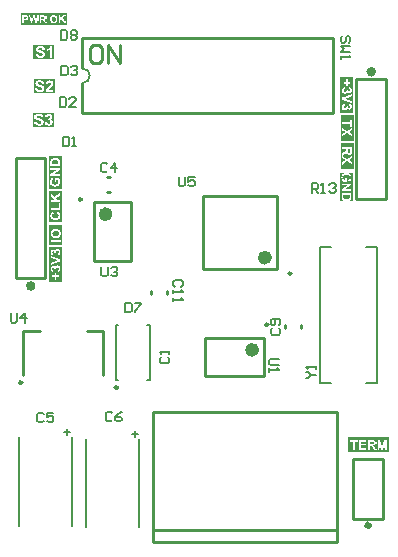
<source format=gbr>
%TF.GenerationSoftware,Altium Limited,Altium Designer,20.0.13 (296)*%
G04 Layer_Color=65535*
%FSLAX25Y25*%
%MOIN*%
%TF.FileFunction,Legend,Top*%
%TF.Part,Single*%
G01*
G75*
%TA.AperFunction,NonConductor*%
%ADD40C,0.00787*%
%ADD41C,0.00984*%
%ADD42C,0.02362*%
%ADD43C,0.01000*%
%ADD59C,0.01575*%
%ADD60C,0.00800*%
%ADD61C,0.00500*%
G36*
X639453Y133176D02*
X625957D01*
Y138184D01*
X639453D01*
Y133176D01*
D02*
G37*
G36*
X530576Y190088D02*
X526268D01*
Y201620D01*
X530576D01*
Y190088D01*
D02*
G37*
G36*
X528075Y252883D02*
X521074D01*
Y257583D01*
X528075D01*
Y252883D01*
D02*
G37*
G36*
X530506Y220283D02*
Y209970D01*
X526198D01*
Y220283D01*
X530506D01*
D02*
G37*
G36*
X627743Y236225D02*
Y227731D01*
X623435D01*
Y236225D01*
X627743D01*
D02*
G37*
G36*
X627039Y226387D02*
X627536D01*
Y216883D01*
X623228D01*
Y226387D01*
X623725D01*
D01*
X625391D01*
X625304Y226384D01*
X625221Y226380D01*
X625141Y226370D01*
X625061Y226360D01*
X624988Y226342D01*
X624919Y226328D01*
X624853Y226311D01*
X624790Y226293D01*
X624735Y226276D01*
X624686Y226259D01*
X624641Y226241D01*
X624607Y226228D01*
X624575Y226217D01*
X624554Y226207D01*
X624541Y226203D01*
X624537Y226200D01*
X624464Y226162D01*
X624398Y226123D01*
X624336Y226078D01*
X624277Y226033D01*
X624225Y225988D01*
X624173Y225940D01*
X624128Y225894D01*
X624089Y225849D01*
X624051Y225808D01*
X624020Y225769D01*
X623996Y225731D01*
X623972Y225704D01*
X623954Y225676D01*
X623944Y225658D01*
X623937Y225645D01*
X623933Y225641D01*
X623895Y225568D01*
X623864Y225495D01*
X623836Y225423D01*
X623812Y225346D01*
X623795Y225270D01*
X623777Y225197D01*
X623763Y225128D01*
X623753Y225062D01*
X623742Y224999D01*
X623736Y224944D01*
X623732Y224892D01*
X623729Y224847D01*
X623725Y224812D01*
Y223393D01*
Y224763D01*
X623729Y224690D01*
X623732Y224618D01*
X623749Y224475D01*
X623760Y224406D01*
X623774Y224343D01*
X623788Y224281D01*
X623801Y224225D01*
X623815Y224173D01*
X623826Y224125D01*
X623840Y224083D01*
X623850Y224048D01*
X623860Y224021D01*
X623867Y224000D01*
X623874Y223986D01*
Y223983D01*
X623902Y223913D01*
X623933Y223847D01*
X623961Y223785D01*
X623992Y223729D01*
X624020Y223674D01*
X624048Y223625D01*
X624076Y223583D01*
X624103Y223542D01*
X624128Y223507D01*
X624148Y223476D01*
X624169Y223452D01*
X624187Y223431D01*
X624200Y223413D01*
X624211Y223403D01*
X624214Y223396D01*
X624218Y223393D01*
X623725D01*
X625498D01*
Y224784D01*
X624957D01*
Y224045D01*
X624547D01*
X624506Y224104D01*
X624471Y224163D01*
X624440Y224222D01*
X624412Y224277D01*
X624388Y224326D01*
X624370Y224364D01*
X624364Y224378D01*
X624360Y224389D01*
X624357Y224395D01*
Y224399D01*
X624329Y224475D01*
X624311Y224548D01*
X624298Y224614D01*
X624287Y224676D01*
X624280Y224728D01*
Y224753D01*
X624277Y224770D01*
Y224805D01*
X624280Y224881D01*
X624291Y224951D01*
X624305Y225017D01*
X624322Y225082D01*
X624343Y225142D01*
X624367Y225194D01*
X624391Y225246D01*
X624419Y225291D01*
X624447Y225329D01*
X624471Y225367D01*
X624495Y225395D01*
X624516Y225423D01*
X624534Y225440D01*
X624551Y225457D01*
X624558Y225464D01*
X624561Y225468D01*
X624617Y225513D01*
X624679Y225551D01*
X624745Y225586D01*
X624815Y225613D01*
X624888Y225638D01*
X624957Y225658D01*
X625030Y225676D01*
X625096Y225690D01*
X625162Y225700D01*
X625224Y225707D01*
X625276Y225714D01*
X625325Y225717D01*
X625363D01*
X625394Y225721D01*
X625412D01*
X625419D01*
X625516Y225717D01*
X625606Y225711D01*
X625689Y225697D01*
X625765Y225683D01*
X625838Y225662D01*
X625904Y225641D01*
X625963Y225620D01*
X626015Y225596D01*
X626064Y225572D01*
X626102Y225551D01*
X626137Y225530D01*
X626164Y225509D01*
X626189Y225495D01*
X626203Y225482D01*
X626213Y225475D01*
X626217Y225471D01*
X626265Y225423D01*
X626307Y225371D01*
X626341Y225315D01*
X626373Y225259D01*
X626401Y225204D01*
X626421Y225148D01*
X626439Y225093D01*
X626452Y225041D01*
X626463Y224992D01*
X626473Y224944D01*
X626480Y224902D01*
X626484Y224867D01*
X626487Y224840D01*
Y224798D01*
X626480Y224697D01*
X626466Y224607D01*
X626442Y224527D01*
X626418Y224461D01*
X626404Y224434D01*
X626394Y224406D01*
X626380Y224385D01*
X626369Y224368D01*
X626362Y224350D01*
X626355Y224340D01*
X626348Y224336D01*
Y224333D01*
X626293Y224267D01*
X626234Y224215D01*
X626171Y224170D01*
X626112Y224135D01*
X626060Y224107D01*
X626036Y224097D01*
X626015Y224090D01*
X626001Y224083D01*
X625987Y224080D01*
X625981Y224076D01*
X625977D01*
X626099Y223434D01*
X626178Y223455D01*
X626255Y223479D01*
X626328Y223511D01*
X626394Y223542D01*
X626452Y223576D01*
X626511Y223615D01*
X626564Y223649D01*
X626609Y223688D01*
X626650Y223722D01*
X626688Y223757D01*
X626716Y223788D01*
X626744Y223813D01*
X626765Y223837D01*
X626779Y223854D01*
X626786Y223865D01*
X626789Y223868D01*
X626834Y223934D01*
X626872Y224003D01*
X626904Y224076D01*
X626935Y224152D01*
X626959Y224232D01*
X626976Y224309D01*
X626994Y224385D01*
X627008Y224458D01*
X627018Y224527D01*
X627025Y224590D01*
X627032Y224649D01*
X627036Y224701D01*
X627039Y224739D01*
Y224881D01*
X627032Y224961D01*
X627025Y225037D01*
X627015Y225110D01*
X627001Y225180D01*
X626987Y225242D01*
X626973Y225301D01*
X626959Y225353D01*
X626945Y225402D01*
X626931Y225443D01*
X626918Y225478D01*
X626904Y225509D01*
X626893Y225534D01*
X626886Y225551D01*
X626883Y225561D01*
X626879Y225565D01*
X626838Y225638D01*
X626793Y225707D01*
X626748Y225773D01*
X626699Y225832D01*
X626647Y225887D01*
X626598Y225936D01*
X626550Y225985D01*
X626501Y226023D01*
X626456Y226061D01*
X626414Y226092D01*
X626376Y226117D01*
X626345Y226141D01*
X626317Y226158D01*
X626296Y226169D01*
X626283Y226175D01*
X626279Y226179D01*
X626206Y226217D01*
X626130Y226248D01*
X626053Y226276D01*
X625977Y226301D01*
X625901Y226318D01*
X625828Y226335D01*
X625755Y226349D01*
X625689Y226360D01*
X625627Y226370D01*
X625571Y226377D01*
X625519Y226380D01*
X625474Y226384D01*
X625439Y226387D01*
X627039D01*
D01*
D02*
G37*
G36*
X627794Y237039D02*
X623487D01*
Y245533D01*
X627794D01*
Y237039D01*
D02*
G37*
G36*
X532155Y275575D02*
X516968D01*
Y279561D01*
X532155D01*
Y275575D01*
D02*
G37*
G36*
X527912Y246393D02*
Y241693D01*
X520912D01*
Y246393D01*
X527912D01*
D02*
G37*
G36*
X528038Y264292D02*
X521038D01*
Y268992D01*
X528038D01*
Y264292D01*
D02*
G37*
G36*
X530646Y208905D02*
Y202185D01*
X526338D01*
Y208905D01*
X530646D01*
D02*
G37*
G36*
X530436Y221122D02*
X526128D01*
Y231932D01*
X530436D01*
Y221122D01*
D02*
G37*
G36*
X627691Y246427D02*
X623383D01*
Y258382D01*
X627691D01*
Y246427D01*
D02*
G37*
%LPC*%
G36*
X638829Y137281D02*
X636806D01*
X637858D01*
X637289Y135095D01*
X636713Y137281D01*
X635745D01*
Y134078D01*
X636341D01*
Y136598D01*
X636973Y134078D01*
X637813D01*
X637598D01*
X638229Y136598D01*
X638233Y134078D01*
X638829D01*
Y137281D01*
D02*
G37*
G36*
X631973D02*
D01*
Y134620D01*
X630182D01*
Y135491D01*
X631789D01*
Y136032D01*
X630182D01*
Y136740D01*
X631910D01*
Y137281D01*
X629537D01*
Y134078D01*
X631973D01*
Y137281D01*
D02*
G37*
G36*
X635401D02*
D01*
Y134078D01*
X635009Y134699D01*
X634967Y134769D01*
X634926Y134828D01*
X634888Y134887D01*
X634853Y134939D01*
X634822Y134987D01*
X634790Y135029D01*
X634763Y135067D01*
X634738Y135102D01*
X634717Y135130D01*
X634697Y135154D01*
X634679Y135175D01*
X634665Y135192D01*
X634655Y135203D01*
X634648Y135213D01*
X634641Y135220D01*
X634589Y135272D01*
X634530Y135324D01*
X634471Y135369D01*
X634415Y135407D01*
X634367Y135442D01*
X634329Y135466D01*
X634315Y135477D01*
X634305Y135480D01*
X634298Y135487D01*
X634294D01*
X634370Y135501D01*
X634443Y135518D01*
X634509Y135539D01*
X634572Y135560D01*
X634631Y135584D01*
X634683Y135609D01*
X634728Y135633D01*
X634769Y135661D01*
X634808Y135685D01*
X634839Y135709D01*
X634867Y135730D01*
X634891Y135747D01*
X634908Y135765D01*
X634919Y135775D01*
X634926Y135782D01*
X634929Y135786D01*
X634967Y135831D01*
X634999Y135879D01*
X635026Y135928D01*
X635051Y135980D01*
X635071Y136029D01*
X635089Y136077D01*
X635113Y136174D01*
X635123Y136216D01*
X635130Y136258D01*
X635134Y136292D01*
X635137Y136323D01*
X635141Y136348D01*
Y136365D01*
Y136379D01*
Y136382D01*
X635134Y136487D01*
X635120Y136580D01*
X635096Y136667D01*
X635071Y136740D01*
X635057Y136771D01*
X635044Y136802D01*
X635033Y136827D01*
X635019Y136847D01*
X635012Y136865D01*
X635006Y136875D01*
X634999Y136882D01*
Y136886D01*
X634943Y136962D01*
X634880Y137028D01*
X634822Y137080D01*
X634763Y137125D01*
X634707Y137156D01*
X634686Y137167D01*
X634665Y137177D01*
X634648Y137184D01*
X634638Y137191D01*
X634631Y137194D01*
X634627D01*
X634582Y137208D01*
X634530Y137222D01*
X634471Y137236D01*
X634412Y137243D01*
X634291Y137260D01*
X634166Y137271D01*
X634110Y137274D01*
X634055Y137278D01*
X634006D01*
X633964Y137281D01*
X632521D01*
Y134078D01*
X635401D01*
Y137281D01*
D02*
G37*
G36*
X629120D02*
X626580D01*
Y136740D01*
X627531D01*
Y134078D01*
X626580D01*
D01*
X629120D01*
Y137281D01*
D02*
G37*
%LPD*%
G36*
X633909Y136736D02*
X633992D01*
X634027Y136733D01*
X634079D01*
X634096Y136729D01*
X634124D01*
X634138Y136726D01*
X634141D01*
X634197Y136712D01*
X634249Y136695D01*
X634291Y136677D01*
X634325Y136653D01*
X634353Y136636D01*
X634370Y136618D01*
X634384Y136604D01*
X634388Y136601D01*
X634415Y136559D01*
X634436Y136518D01*
X634454Y136476D01*
X634464Y136434D01*
X634471Y136396D01*
X634475Y136369D01*
Y136348D01*
Y136344D01*
Y136341D01*
X634471Y136289D01*
X634464Y136240D01*
X634454Y136198D01*
X634443Y136164D01*
X634429Y136136D01*
X634419Y136115D01*
X634412Y136101D01*
X634409Y136098D01*
X634381Y136063D01*
X634353Y136035D01*
X634322Y136011D01*
X634291Y135994D01*
X634266Y135980D01*
X634245Y135969D01*
X634232Y135966D01*
X634225Y135963D01*
X634200Y135956D01*
X634166Y135949D01*
X634128Y135945D01*
X634086Y135942D01*
X633992Y135935D01*
X633892Y135928D01*
X633798D01*
X633756Y135924D01*
X633166D01*
Y136740D01*
X633860D01*
X633909Y136736D01*
D02*
G37*
G36*
X633440Y135407D02*
X633496Y135404D01*
X633541Y135397D01*
X633576Y135390D01*
X633600Y135383D01*
X633617Y135380D01*
X633621Y135376D01*
X633659Y135362D01*
X633694Y135342D01*
X633729Y135321D01*
X633756Y135296D01*
X633780Y135275D01*
X633801Y135262D01*
X633812Y135248D01*
X633815Y135244D01*
X633836Y135223D01*
X633857Y135196D01*
X633881Y135164D01*
X633909Y135130D01*
X633964Y135053D01*
X634023Y134974D01*
X634075Y134897D01*
X634100Y134866D01*
X634117Y134835D01*
X634134Y134810D01*
X634148Y134793D01*
X634155Y134779D01*
X634159Y134776D01*
X634627Y134078D01*
X633166D01*
Y135414D01*
X633375D01*
X633440Y135407D01*
D02*
G37*
G36*
X629120Y134078D02*
X628176D01*
Y136740D01*
X629120D01*
Y134078D01*
D02*
G37*
%LPC*%
G36*
X529062Y200952D02*
X529045D01*
X528993Y200948D01*
X528941Y200945D01*
X528843Y200927D01*
X528760Y200900D01*
X528687Y200868D01*
X528656Y200854D01*
X528628Y200837D01*
X528604Y200823D01*
X528583Y200813D01*
X528569Y200799D01*
X528559Y200792D01*
X528552Y200788D01*
X528548Y200785D01*
X528510Y200754D01*
X528476Y200719D01*
X528420Y200650D01*
X528371Y200577D01*
X528337Y200504D01*
X528312Y200445D01*
X528302Y200417D01*
X528295Y200393D01*
X528288Y200376D01*
X528285Y200362D01*
X528281Y200351D01*
Y200348D01*
X528233Y200428D01*
X528181Y200500D01*
X528125Y200563D01*
X528070Y200615D01*
X528014Y200660D01*
X527959Y200698D01*
X527903Y200726D01*
X527851Y200750D01*
X527802Y200771D01*
X527754Y200785D01*
X527712Y200795D01*
X527677Y200802D01*
X527650Y200806D01*
X527626Y200809D01*
X527612D01*
X527608D01*
X527553Y200806D01*
X527500Y200799D01*
X527449Y200788D01*
X527400Y200775D01*
X527310Y200736D01*
X527233Y200695D01*
X527199Y200674D01*
X527167Y200653D01*
X527140Y200632D01*
X527119Y200615D01*
X527102Y200601D01*
X527088Y200591D01*
X527081Y200584D01*
X527077Y200580D01*
X527025Y200528D01*
X526980Y200473D01*
X526942Y200414D01*
X526907Y200351D01*
X526879Y200292D01*
X526855Y200233D01*
X526838Y200174D01*
X526820Y200115D01*
X526810Y200063D01*
X526800Y200015D01*
X526796Y199969D01*
X526789Y199931D01*
Y199900D01*
X526786Y199876D01*
Y199855D01*
X526789Y199758D01*
X526800Y199668D01*
X526817Y199584D01*
X526834Y199515D01*
X526845Y199484D01*
X526855Y199456D01*
X526862Y199432D01*
X526869Y199411D01*
X526876Y199393D01*
X526883Y199383D01*
X526886Y199376D01*
Y199373D01*
X526928Y199296D01*
X526973Y199230D01*
X527018Y199175D01*
X527063Y199130D01*
X527102Y199092D01*
X527136Y199064D01*
X527157Y199050D01*
X527161Y199043D01*
X527164D01*
X527233Y199001D01*
X527310Y198967D01*
X527386Y198935D01*
X527462Y198911D01*
X527528Y198890D01*
X527556Y198883D01*
X527580Y198877D01*
X527601Y198873D01*
X527615Y198870D01*
X527626Y198866D01*
X527629D01*
X527723Y199432D01*
X527650Y199445D01*
X527584Y199463D01*
X527532Y199484D01*
X527487Y199508D01*
X527452Y199532D01*
X527428Y199550D01*
X527410Y199564D01*
X527407Y199567D01*
X527369Y199612D01*
X527341Y199657D01*
X527324Y199702D01*
X527310Y199744D01*
X527303Y199782D01*
X527296Y199810D01*
Y199838D01*
X527299Y199897D01*
X527310Y199949D01*
X527327Y199990D01*
X527344Y200028D01*
X527362Y200060D01*
X527379Y200080D01*
X527389Y200094D01*
X527393Y200098D01*
X527431Y200129D01*
X527473Y200153D01*
X527518Y200171D01*
X527556Y200185D01*
X527594Y200192D01*
X527622Y200195D01*
X527643D01*
X527646D01*
X527650D01*
X527719Y200188D01*
X527778Y200174D01*
X527830Y200153D01*
X527875Y200129D01*
X527910Y200101D01*
X527934Y200080D01*
X527948Y200067D01*
X527955Y200060D01*
X527990Y200004D01*
X528018Y199945D01*
X528038Y199883D01*
X528049Y199820D01*
X528056Y199765D01*
Y199741D01*
X528059Y199720D01*
Y199678D01*
X528559Y199612D01*
X528542Y199671D01*
X528531Y199727D01*
X528521Y199772D01*
X528517Y199813D01*
X528514Y199848D01*
X528510Y199872D01*
Y199893D01*
X528517Y199959D01*
X528531Y200018D01*
X528555Y200070D01*
X528580Y200115D01*
X528604Y200150D01*
X528628Y200178D01*
X528642Y200192D01*
X528649Y200199D01*
X528705Y200240D01*
X528764Y200271D01*
X528826Y200292D01*
X528885Y200310D01*
X528937Y200317D01*
X528958Y200320D01*
X528979D01*
X528996Y200324D01*
X529006D01*
X529013D01*
X529017D01*
X529104Y200317D01*
X529180Y200303D01*
X529246Y200282D01*
X529302Y200257D01*
X529347Y200233D01*
X529378Y200212D01*
X529399Y200199D01*
X529406Y200192D01*
X529454Y200139D01*
X529489Y200084D01*
X529513Y200032D01*
X529530Y199980D01*
X529541Y199935D01*
X529544Y199900D01*
X529548Y199886D01*
Y199869D01*
X529544Y199806D01*
X529530Y199747D01*
X529510Y199695D01*
X529489Y199650D01*
X529468Y199616D01*
X529447Y199588D01*
X529433Y199574D01*
X529430Y199567D01*
X529381Y199525D01*
X529322Y199491D01*
X529267Y199463D01*
X529208Y199445D01*
X529159Y199428D01*
X529118Y199421D01*
X529100Y199418D01*
X529090Y199414D01*
X529083D01*
X529079D01*
X529152Y198821D01*
X529225Y198831D01*
X529298Y198849D01*
X529364Y198870D01*
X529426Y198890D01*
X529485Y198918D01*
X529537Y198946D01*
X529586Y198974D01*
X529631Y199001D01*
X529673Y199033D01*
X529707Y199057D01*
X529739Y199085D01*
X529763Y199106D01*
X529784Y199123D01*
X529798Y199137D01*
X529805Y199147D01*
X529808Y199151D01*
X529853Y199206D01*
X529891Y199265D01*
X529923Y199324D01*
X529954Y199387D01*
X529978Y199445D01*
X529995Y199504D01*
X530013Y199564D01*
X530027Y199619D01*
X530037Y199671D01*
X530044Y199720D01*
X530051Y199765D01*
X530055Y199800D01*
Y199831D01*
X530058Y199852D01*
Y199872D01*
X530055Y199956D01*
X530044Y200039D01*
X530030Y200115D01*
X530013Y200188D01*
X529988Y200254D01*
X529964Y200320D01*
X529937Y200379D01*
X529909Y200431D01*
X529884Y200480D01*
X529857Y200521D01*
X529832Y200556D01*
X529808Y200587D01*
X529791Y200611D01*
X529777Y200629D01*
X529766Y200639D01*
X529763Y200643D01*
X529704Y200698D01*
X529645Y200743D01*
X529586Y200785D01*
X529524Y200820D01*
X529465Y200851D01*
X529406Y200875D01*
X529347Y200896D01*
X529291Y200913D01*
X529239Y200927D01*
X529194Y200934D01*
X529152Y200941D01*
X529114Y200948D01*
X529086D01*
X529062Y200952D01*
D02*
G37*
G36*
X530058Y198821D02*
X529152D01*
X526786D01*
X530058D01*
D01*
D02*
G37*
G36*
X529999Y198651D02*
D01*
Y197506D01*
X526796Y198651D01*
Y197964D01*
X529166Y197180D01*
X526796Y196368D01*
Y195670D01*
X529999Y196812D01*
Y195670D01*
X526796D01*
D01*
X529999D01*
Y198651D01*
D02*
G37*
G36*
X529062Y195479D02*
X529045D01*
X528993Y195476D01*
X528941Y195472D01*
X528843Y195455D01*
X528760Y195427D01*
X528687Y195396D01*
X528656Y195382D01*
X528628Y195365D01*
X528604Y195351D01*
X528583Y195341D01*
X528569Y195327D01*
X528559Y195320D01*
X528552Y195316D01*
X528548Y195313D01*
X528510Y195282D01*
X528476Y195247D01*
X528420Y195177D01*
X528371Y195105D01*
X528337Y195032D01*
X528312Y194973D01*
X528302Y194945D01*
X528295Y194921D01*
X528288Y194903D01*
X528285Y194889D01*
X528281Y194879D01*
Y194876D01*
X528233Y194955D01*
X528181Y195028D01*
X528125Y195091D01*
X528070Y195143D01*
X528014Y195188D01*
X527959Y195226D01*
X527903Y195254D01*
X527851Y195278D01*
X527802Y195299D01*
X527754Y195313D01*
X527712Y195323D01*
X527677Y195330D01*
X527650Y195334D01*
X527626Y195337D01*
X527612D01*
X527608D01*
X527553Y195334D01*
X527500Y195327D01*
X527449Y195316D01*
X527400Y195302D01*
X527310Y195264D01*
X527233Y195223D01*
X527199Y195202D01*
X527167Y195181D01*
X527140Y195160D01*
X527119Y195143D01*
X527102Y195129D01*
X527088Y195118D01*
X527081Y195112D01*
X527077Y195108D01*
X527025Y195056D01*
X526980Y195001D01*
X526942Y194941D01*
X526907Y194879D01*
X526879Y194820D01*
X526855Y194761D01*
X526838Y194702D01*
X526820Y194643D01*
X526810Y194591D01*
X526800Y194542D01*
X526796Y194497D01*
X526789Y194459D01*
Y194428D01*
X526786Y194404D01*
Y194383D01*
X526789Y194286D01*
X526800Y194195D01*
X526817Y194112D01*
X526834Y194043D01*
X526845Y194011D01*
X526855Y193984D01*
X526862Y193959D01*
X526869Y193939D01*
X526876Y193921D01*
X526883Y193911D01*
X526886Y193904D01*
Y193901D01*
X526928Y193824D01*
X526973Y193758D01*
X527018Y193703D01*
X527063Y193658D01*
X527102Y193619D01*
X527136Y193592D01*
X527157Y193578D01*
X527161Y193571D01*
X527164D01*
X527233Y193529D01*
X527310Y193494D01*
X527386Y193463D01*
X527462Y193439D01*
X527528Y193418D01*
X527556Y193411D01*
X527580Y193404D01*
X527601Y193401D01*
X527615Y193397D01*
X527626Y193394D01*
X527629D01*
X527723Y193959D01*
X527650Y193973D01*
X527584Y193991D01*
X527532Y194011D01*
X527487Y194036D01*
X527452Y194060D01*
X527428Y194077D01*
X527410Y194091D01*
X527407Y194095D01*
X527369Y194140D01*
X527341Y194185D01*
X527324Y194230D01*
X527310Y194272D01*
X527303Y194310D01*
X527296Y194338D01*
Y194366D01*
X527299Y194424D01*
X527310Y194476D01*
X527327Y194518D01*
X527344Y194556D01*
X527362Y194588D01*
X527379Y194608D01*
X527389Y194622D01*
X527393Y194626D01*
X527431Y194657D01*
X527473Y194681D01*
X527518Y194699D01*
X527556Y194712D01*
X527594Y194719D01*
X527622Y194723D01*
X527643D01*
X527646D01*
X527650D01*
X527719Y194716D01*
X527778Y194702D01*
X527830Y194681D01*
X527875Y194657D01*
X527910Y194629D01*
X527934Y194608D01*
X527948Y194595D01*
X527955Y194588D01*
X527990Y194532D01*
X528018Y194473D01*
X528038Y194411D01*
X528049Y194348D01*
X528056Y194293D01*
Y194268D01*
X528059Y194247D01*
Y194206D01*
X528559Y194140D01*
X528542Y194199D01*
X528531Y194254D01*
X528521Y194299D01*
X528517Y194341D01*
X528514Y194376D01*
X528510Y194400D01*
Y194421D01*
X528517Y194487D01*
X528531Y194546D01*
X528555Y194598D01*
X528580Y194643D01*
X528604Y194678D01*
X528628Y194705D01*
X528642Y194719D01*
X528649Y194726D01*
X528705Y194768D01*
X528764Y194799D01*
X528826Y194820D01*
X528885Y194837D01*
X528937Y194844D01*
X528958Y194848D01*
X528979D01*
X528996Y194851D01*
X529006D01*
X529013D01*
X529017D01*
X529104Y194844D01*
X529180Y194830D01*
X529246Y194810D01*
X529302Y194785D01*
X529347Y194761D01*
X529378Y194740D01*
X529399Y194726D01*
X529406Y194719D01*
X529454Y194667D01*
X529489Y194612D01*
X529513Y194560D01*
X529530Y194508D01*
X529541Y194463D01*
X529544Y194428D01*
X529548Y194414D01*
Y194397D01*
X529544Y194334D01*
X529530Y194275D01*
X529510Y194223D01*
X529489Y194178D01*
X529468Y194143D01*
X529447Y194116D01*
X529433Y194102D01*
X529430Y194095D01*
X529381Y194053D01*
X529322Y194018D01*
X529267Y193991D01*
X529208Y193973D01*
X529159Y193956D01*
X529118Y193949D01*
X529100Y193946D01*
X529090Y193942D01*
X529083D01*
X529079D01*
X529152Y193349D01*
X529225Y193359D01*
X529298Y193377D01*
X529364Y193397D01*
X529426Y193418D01*
X529485Y193446D01*
X529537Y193474D01*
X529586Y193501D01*
X529631Y193529D01*
X529673Y193560D01*
X529707Y193585D01*
X529739Y193613D01*
X529763Y193633D01*
X529784Y193651D01*
X529798Y193665D01*
X529805Y193675D01*
X529808Y193678D01*
X529853Y193734D01*
X529891Y193793D01*
X529923Y193852D01*
X529954Y193914D01*
X529978Y193973D01*
X529995Y194032D01*
X530013Y194091D01*
X530027Y194147D01*
X530037Y194199D01*
X530044Y194247D01*
X530051Y194293D01*
X530055Y194327D01*
Y194359D01*
X530058Y194379D01*
Y194400D01*
X530055Y194483D01*
X530044Y194567D01*
X530030Y194643D01*
X530013Y194716D01*
X529988Y194782D01*
X529964Y194848D01*
X529937Y194907D01*
X529909Y194959D01*
X529884Y195007D01*
X529857Y195049D01*
X529832Y195084D01*
X529808Y195115D01*
X529791Y195139D01*
X529777Y195157D01*
X529766Y195167D01*
X529763Y195170D01*
X529704Y195226D01*
X529645Y195271D01*
X529586Y195313D01*
X529524Y195347D01*
X529465Y195379D01*
X529406Y195403D01*
X529347Y195424D01*
X529291Y195441D01*
X529239Y195455D01*
X529194Y195462D01*
X529152Y195469D01*
X529114Y195476D01*
X529086D01*
X529062Y195479D01*
D02*
G37*
G36*
X530058Y193349D02*
X529152D01*
X526786D01*
X530058D01*
D01*
D02*
G37*
G36*
X529537Y192995D02*
Y192155D01*
X528708D01*
Y192995D01*
X528132D01*
Y192155D01*
X527303D01*
Y191596D01*
X528132D01*
Y190757D01*
X527303D01*
D01*
X529537D01*
Y192995D01*
D02*
G37*
G36*
X527303D02*
Y192155D01*
D01*
Y192995D01*
D02*
G37*
%LPD*%
G36*
X529537Y190757D02*
X528708D01*
Y191596D01*
X529537D01*
Y190757D01*
D02*
G37*
%LPC*%
G36*
X527582Y257142D02*
D01*
Y256088D01*
X527578Y256170D01*
X527570Y256248D01*
X527553Y256322D01*
X527533Y256395D01*
X527508Y256461D01*
X527479Y256522D01*
X527451Y256580D01*
X527422Y256629D01*
X527389Y256678D01*
X527360Y256719D01*
X527332Y256756D01*
X527307Y256785D01*
X527287Y256805D01*
X527270Y256826D01*
X527262Y256834D01*
X527258Y256838D01*
X527197Y256891D01*
X527127Y256937D01*
X527057Y256978D01*
X526987Y257014D01*
X526914Y257043D01*
X526840Y257068D01*
X526770Y257088D01*
X526700Y257105D01*
X526635Y257117D01*
X526573Y257125D01*
X526520Y257133D01*
X526475Y257137D01*
X526434Y257142D01*
X526381D01*
X526286Y257137D01*
X526196Y257129D01*
X526110Y257117D01*
X526032Y257101D01*
X525954Y257080D01*
X525884Y257060D01*
X525823Y257035D01*
X525762Y257010D01*
X525708Y256986D01*
X525663Y256961D01*
X525622Y256941D01*
X525589Y256920D01*
X525565Y256904D01*
X525544Y256891D01*
X525532Y256883D01*
X525528Y256879D01*
X525466Y256826D01*
X525413Y256768D01*
X525364Y256703D01*
X525323Y256633D01*
X525286Y256563D01*
X525253Y256490D01*
X525224Y256420D01*
X525200Y256350D01*
X525179Y256285D01*
X525163Y256223D01*
X525151Y256166D01*
X525142Y256117D01*
X525134Y256076D01*
X525130Y256043D01*
X525126Y256026D01*
Y256018D01*
X525848Y255948D01*
X525852Y256006D01*
X525860Y256059D01*
X525880Y256153D01*
X525905Y256231D01*
X525930Y256293D01*
X525958Y256342D01*
X525979Y256375D01*
X525995Y256391D01*
X525999Y256399D01*
X526053Y256445D01*
X526114Y256482D01*
X526176Y256506D01*
X526233Y256522D01*
X526286Y256531D01*
X526327Y256539D01*
X526364D01*
X526446Y256535D01*
X526516Y256518D01*
X526577Y256498D01*
X526631Y256473D01*
X526672Y256449D01*
X526700Y256428D01*
X526721Y256412D01*
X526725Y256408D01*
X526770Y256354D01*
X526803Y256293D01*
X526823Y256231D01*
X526840Y256174D01*
X526848Y256117D01*
X526856Y256076D01*
Y256059D01*
Y256047D01*
Y256039D01*
Y256035D01*
X526848Y255953D01*
X526832Y255871D01*
X526807Y255797D01*
X526782Y255731D01*
X526754Y255674D01*
X526729Y255629D01*
X526717Y255612D01*
X526713Y255600D01*
X526705Y255596D01*
Y255592D01*
X526680Y255559D01*
X526647Y255518D01*
X526606Y255473D01*
X526565Y255428D01*
X526467Y255325D01*
X526360Y255223D01*
X526311Y255174D01*
X526262Y255124D01*
X526221Y255083D01*
X526180Y255047D01*
X526147Y255018D01*
X526122Y254993D01*
X526106Y254977D01*
X526102Y254973D01*
X525991Y254870D01*
X525893Y254772D01*
X525798Y254678D01*
X525716Y254591D01*
X525643Y254514D01*
X525577Y254436D01*
X525516Y254370D01*
X525466Y254309D01*
X525421Y254251D01*
X525384Y254206D01*
X525351Y254161D01*
X525327Y254128D01*
X525311Y254103D01*
X525294Y254083D01*
X525290Y254071D01*
X525286Y254067D01*
X525216Y253940D01*
X525163Y253812D01*
X525118Y253689D01*
X525085Y253579D01*
X525073Y253530D01*
X525065Y253484D01*
X525056Y253443D01*
X525048Y253411D01*
X525044Y253382D01*
Y253361D01*
X525040Y253349D01*
Y253345D01*
X527582D01*
Y257142D01*
D02*
G37*
G36*
X523162Y257191D02*
X523092D01*
X522932Y257187D01*
X522863Y257178D01*
X522789Y257170D01*
X522723Y257158D01*
X522662Y257150D01*
X522609Y257137D01*
X522555Y257125D01*
X522506Y257109D01*
X522465Y257097D01*
X522432Y257088D01*
X522400Y257076D01*
X522379Y257068D01*
X522359Y257060D01*
X522350Y257055D01*
X522346D01*
X522240Y257002D01*
X522141Y256941D01*
X522063Y256879D01*
X521994Y256818D01*
X521944Y256760D01*
X521903Y256715D01*
X521891Y256699D01*
X521883Y256686D01*
X521875Y256678D01*
Y256674D01*
X521821Y256580D01*
X521780Y256486D01*
X521752Y256391D01*
X521731Y256309D01*
X521719Y256240D01*
X521715Y256207D01*
Y256182D01*
X521711Y256162D01*
Y256145D01*
Y256137D01*
Y256133D01*
X521715Y256051D01*
X521727Y255973D01*
X521743Y255895D01*
X521764Y255825D01*
X521793Y255760D01*
X521821Y255694D01*
X521854Y255637D01*
X521887Y255584D01*
X521916Y255534D01*
X521948Y255493D01*
X521977Y255456D01*
X522006Y255428D01*
X522026Y255403D01*
X522043Y255387D01*
X522055Y255375D01*
X522059Y255370D01*
X522108Y255329D01*
X522166Y255293D01*
X522231Y255256D01*
X522297Y255219D01*
X522440Y255157D01*
X522584Y255100D01*
X522650Y255079D01*
X522711Y255059D01*
X522768Y255038D01*
X522822Y255026D01*
X522863Y255014D01*
X522892Y255006D01*
X522912Y254997D01*
X522920D01*
X523006Y254977D01*
X523084Y254956D01*
X523154Y254940D01*
X523215Y254924D01*
X523273Y254907D01*
X523322Y254895D01*
X523367Y254883D01*
X523404Y254870D01*
X523437Y254862D01*
X523461Y254854D01*
X523486Y254846D01*
X523502Y254841D01*
X523515Y254837D01*
X523523D01*
X523531Y254833D01*
X523601Y254805D01*
X523658Y254780D01*
X523703Y254751D01*
X523744Y254727D01*
X523769Y254702D01*
X523789Y254686D01*
X523802Y254673D01*
X523806Y254669D01*
X523835Y254632D01*
X523855Y254595D01*
X523867Y254555D01*
X523880Y254518D01*
X523884Y254489D01*
X523888Y254464D01*
Y254444D01*
Y254440D01*
Y254403D01*
X523880Y254366D01*
X523859Y254296D01*
X523826Y254231D01*
X523794Y254177D01*
X523761Y254136D01*
X523728Y254103D01*
X523707Y254083D01*
X523703Y254075D01*
X523699D01*
X523662Y254046D01*
X523621Y254022D01*
X523531Y253985D01*
X523437Y253956D01*
X523347Y253940D01*
X523265Y253927D01*
X523232Y253923D01*
X523199D01*
X523174Y253919D01*
X523138D01*
X523014Y253927D01*
X522904Y253948D01*
X522810Y253972D01*
X522727Y254005D01*
X522695Y254022D01*
X522666Y254038D01*
X522637Y254050D01*
X522617Y254063D01*
X522600Y254075D01*
X522588Y254083D01*
X522584Y254091D01*
X522580D01*
X522543Y254128D01*
X522510Y254165D01*
X522453Y254251D01*
X522404Y254345D01*
X522367Y254436D01*
X522342Y254518D01*
X522330Y254550D01*
X522322Y254583D01*
X522318Y254608D01*
X522313Y254628D01*
X522309Y254641D01*
Y254645D01*
X521567Y254571D01*
X521584Y254456D01*
X521608Y254345D01*
X521637Y254247D01*
X521670Y254153D01*
X521707Y254067D01*
X521743Y253985D01*
X521784Y253915D01*
X521826Y253849D01*
X521862Y253792D01*
X521899Y253743D01*
X521936Y253702D01*
X521965Y253665D01*
X521989Y253640D01*
X522010Y253620D01*
X522022Y253607D01*
X522026Y253603D01*
X522104Y253546D01*
X522186Y253497D01*
X522272Y253452D01*
X522363Y253415D01*
X522453Y253382D01*
X522543Y253357D01*
X522633Y253333D01*
X522723Y253316D01*
X522805Y253304D01*
X522883Y253292D01*
X522953Y253284D01*
X523010Y253279D01*
X523060D01*
X523097Y253275D01*
X521567D01*
D01*
X524650D01*
Y254444D01*
X524642Y254571D01*
X524626Y254690D01*
X524601Y254792D01*
X524589Y254837D01*
X524577Y254878D01*
X524560Y254915D01*
X524548Y254948D01*
X524536Y254977D01*
X524523Y255001D01*
X524511Y255022D01*
X524507Y255034D01*
X524499Y255042D01*
Y255047D01*
X524437Y255133D01*
X524368Y255210D01*
X524298Y255276D01*
X524232Y255333D01*
X524171Y255375D01*
X524122Y255407D01*
X524101Y255416D01*
X524089Y255424D01*
X524081Y255432D01*
X524076D01*
X524023Y255456D01*
X523966Y255485D01*
X523900Y255510D01*
X523835Y255534D01*
X523699Y255579D01*
X523564Y255621D01*
X523502Y255637D01*
X523441Y255653D01*
X523392Y255670D01*
X523343Y255682D01*
X523306Y255690D01*
X523277Y255698D01*
X523260Y255702D01*
X523252D01*
X523154Y255727D01*
X523064Y255752D01*
X522982Y255776D01*
X522908Y255801D01*
X522842Y255821D01*
X522785Y255842D01*
X522736Y255862D01*
X522695Y255879D01*
X522658Y255895D01*
X522625Y255912D01*
X522600Y255924D01*
X522584Y255936D01*
X522568Y255944D01*
X522559Y255953D01*
X522551Y255957D01*
X522514Y255994D01*
X522486Y256031D01*
X522469Y256071D01*
X522453Y256108D01*
X522445Y256137D01*
X522440Y256166D01*
Y256182D01*
Y256186D01*
X522445Y256240D01*
X522461Y256285D01*
X522477Y256326D01*
X522502Y256359D01*
X522522Y256383D01*
X522543Y256404D01*
X522555Y256416D01*
X522559Y256420D01*
X522637Y256465D01*
X522719Y256502D01*
X522810Y256527D01*
X522892Y256543D01*
X522969Y256551D01*
X523002Y256555D01*
X523031Y256559D01*
X523084D01*
X523199Y256555D01*
X523297Y256539D01*
X523379Y256518D01*
X523449Y256494D01*
X523502Y256469D01*
X523539Y256449D01*
X523560Y256432D01*
X523568Y256428D01*
X523625Y256375D01*
X523670Y256309D01*
X523707Y256240D01*
X523736Y256174D01*
X523757Y256113D01*
X523765Y256084D01*
X523773Y256059D01*
X523777Y256043D01*
Y256026D01*
X523781Y256018D01*
Y256014D01*
X524544Y256043D01*
X524536Y256137D01*
X524523Y256227D01*
X524503Y256313D01*
X524474Y256391D01*
X524445Y256465D01*
X524413Y256535D01*
X524380Y256596D01*
X524347Y256654D01*
X524310Y256703D01*
X524277Y256748D01*
X524249Y256789D01*
X524220Y256818D01*
X524195Y256842D01*
X524179Y256863D01*
X524167Y256871D01*
X524162Y256875D01*
X524093Y256932D01*
X524015Y256978D01*
X523929Y257023D01*
X523843Y257060D01*
X523757Y257088D01*
X523666Y257113D01*
X523576Y257133D01*
X523494Y257150D01*
X523412Y257166D01*
X523334Y257174D01*
X523269Y257183D01*
X523207Y257187D01*
X523162Y257191D01*
D02*
G37*
%LPD*%
G36*
X527582Y254017D02*
X526139D01*
X526188Y254087D01*
X526213Y254120D01*
X526233Y254153D01*
X526254Y254177D01*
X526270Y254198D01*
X526282Y254210D01*
X526286Y254214D01*
X526307Y254235D01*
X526331Y254263D01*
X526360Y254292D01*
X526393Y254325D01*
X526463Y254395D01*
X526536Y254464D01*
X526606Y254530D01*
X526639Y254559D01*
X526668Y254583D01*
X526688Y254604D01*
X526705Y254620D01*
X526717Y254628D01*
X526721Y254632D01*
X526782Y254690D01*
X526840Y254743D01*
X526893Y254796D01*
X526942Y254841D01*
X526983Y254887D01*
X527024Y254924D01*
X527057Y254960D01*
X527090Y254993D01*
X527135Y255047D01*
X527172Y255083D01*
X527188Y255108D01*
X527197Y255116D01*
X527266Y255210D01*
X527328Y255301D01*
X527377Y255383D01*
X527418Y255452D01*
X527447Y255514D01*
X527459Y255539D01*
X527471Y255559D01*
X527479Y255575D01*
X527484Y255592D01*
X527488Y255596D01*
Y255600D01*
X527520Y255686D01*
X527541Y255772D01*
X527557Y255854D01*
X527570Y255932D01*
X527578Y255994D01*
Y256022D01*
X527582Y256043D01*
Y254017D01*
D02*
G37*
G36*
X524650Y253275D02*
X523219D01*
X523306Y253279D01*
X523392Y253288D01*
X523465Y253296D01*
X523539Y253308D01*
X523609Y253316D01*
X523670Y253329D01*
X523728Y253345D01*
X523777Y253357D01*
X523822Y253370D01*
X523863Y253378D01*
X523896Y253390D01*
X523921Y253398D01*
X523937Y253407D01*
X523949Y253411D01*
X523953D01*
X524072Y253468D01*
X524175Y253534D01*
X524261Y253607D01*
X524335Y253673D01*
X524392Y253734D01*
X524413Y253763D01*
X524433Y253788D01*
X524445Y253804D01*
X524458Y253821D01*
X524466Y253829D01*
Y253833D01*
X524499Y253886D01*
X524527Y253944D01*
X524573Y254050D01*
X524605Y254153D01*
X524626Y254247D01*
X524634Y254288D01*
X524642Y254325D01*
X524646Y254362D01*
Y254391D01*
X524650Y254411D01*
Y253275D01*
D02*
G37*
%LPC*%
G36*
X529951Y219612D02*
X526749D01*
Y218678D01*
X528171Y217370D01*
X526749D01*
Y216725D01*
X529951D01*
Y219612D01*
D02*
G37*
G36*
Y216256D02*
X526777D01*
Y214004D01*
X529951D01*
Y216256D01*
D02*
G37*
G36*
X530007Y213432D02*
X526697D01*
D01*
X528969D01*
X528775Y212804D01*
X528838Y212786D01*
X528900Y212769D01*
X528956Y212748D01*
X529004Y212727D01*
X529053Y212703D01*
X529094Y212682D01*
X529133Y212658D01*
X529167Y212637D01*
X529195Y212616D01*
X529223Y212595D01*
X529244Y212578D01*
X529261Y212564D01*
X529275Y212550D01*
X529285Y212540D01*
X529289Y212536D01*
X529292Y212533D01*
X529320Y212498D01*
X529344Y212460D01*
X529386Y212387D01*
X529414Y212314D01*
X529434Y212245D01*
X529445Y212182D01*
X529452Y212158D01*
Y212134D01*
X529455Y212117D01*
Y212092D01*
X529452Y212030D01*
X529445Y211967D01*
X529431Y211908D01*
X529414Y211856D01*
X529396Y211804D01*
X529376Y211759D01*
X529351Y211714D01*
X529327Y211676D01*
X529303Y211641D01*
X529278Y211610D01*
X529257Y211586D01*
X529240Y211561D01*
X529223Y211547D01*
X529209Y211533D01*
X529202Y211527D01*
X529199Y211523D01*
X529146Y211485D01*
X529087Y211454D01*
X529025Y211422D01*
X528956Y211398D01*
X528883Y211377D01*
X528813Y211360D01*
X528671Y211336D01*
X528602Y211325D01*
X528539Y211318D01*
X528484Y211315D01*
X528432Y211311D01*
X528394Y211308D01*
X528362D01*
X528341D01*
X528335D01*
X528230Y211311D01*
X528133Y211318D01*
X528047Y211329D01*
X527963Y211343D01*
X527887Y211360D01*
X527821Y211377D01*
X527759Y211398D01*
X527706Y211419D01*
X527658Y211436D01*
X527616Y211457D01*
X527582Y211474D01*
X527554Y211492D01*
X527533Y211506D01*
X527516Y211516D01*
X527509Y211523D01*
X527505Y211527D01*
X527460Y211568D01*
X527422Y211617D01*
X527387Y211662D01*
X527356Y211711D01*
X527332Y211759D01*
X527311Y211808D01*
X527293Y211856D01*
X527280Y211901D01*
X527269Y211943D01*
X527262Y211981D01*
X527255Y212016D01*
X527252Y212047D01*
X527248Y212071D01*
Y212106D01*
X527255Y212200D01*
X527273Y212283D01*
X527293Y212356D01*
X527321Y212422D01*
X527349Y212474D01*
X527359Y212495D01*
X527370Y212512D01*
X527380Y212526D01*
X527387Y212536D01*
X527391Y212540D01*
X527394Y212543D01*
X527453Y212606D01*
X527516Y212658D01*
X527582Y212699D01*
X527644Y212731D01*
X527700Y212755D01*
X527724Y212765D01*
X527745Y212772D01*
X527762Y212776D01*
X527776Y212779D01*
X527783Y212783D01*
X527786D01*
X527634Y213421D01*
X527564Y213400D01*
X527498Y213376D01*
X527439Y213348D01*
X527380Y213324D01*
X527328Y213296D01*
X527280Y213268D01*
X527238Y213241D01*
X527196Y213216D01*
X527162Y213189D01*
X527130Y213168D01*
X527106Y213147D01*
X527085Y213126D01*
X527068Y213112D01*
X527058Y213102D01*
X527051Y213095D01*
X527047Y213092D01*
X526985Y213019D01*
X526933Y212946D01*
X526884Y212866D01*
X526846Y212786D01*
X526811Y212706D01*
X526783Y212627D01*
X526759Y212550D01*
X526742Y212477D01*
X526724Y212408D01*
X526714Y212342D01*
X526707Y212283D01*
X526704Y212234D01*
X526700Y212193D01*
X526697Y212165D01*
Y212137D01*
X526700Y212016D01*
X526714Y211898D01*
X526738Y211787D01*
X526766Y211683D01*
X526801Y211586D01*
X526835Y211499D01*
X526877Y211416D01*
X526919Y211343D01*
X526960Y211277D01*
X526999Y211218D01*
X527037Y211169D01*
X527071Y211127D01*
X527099Y211093D01*
X527120Y211072D01*
X527137Y211055D01*
X527141Y211051D01*
X527228Y210978D01*
X527321Y210916D01*
X527418Y210860D01*
X527519Y210815D01*
X527623Y210774D01*
X527727Y210742D01*
X527828Y210715D01*
X527928Y210694D01*
X528019Y210676D01*
X528105Y210663D01*
X528185Y210656D01*
X528251Y210649D01*
X528307Y210645D01*
X528328Y210642D01*
X528383D01*
X528522Y210645D01*
X528650Y210659D01*
X528772Y210680D01*
X528886Y210704D01*
X528994Y210735D01*
X529091Y210770D01*
X529181Y210808D01*
X529261Y210846D01*
X529334Y210885D01*
X529396Y210923D01*
X529448Y210958D01*
X529494Y210989D01*
X529528Y211013D01*
X529553Y211034D01*
X529570Y211048D01*
X529573Y211051D01*
X529650Y211131D01*
X529716Y211214D01*
X529775Y211301D01*
X529823Y211388D01*
X529865Y211474D01*
X529900Y211561D01*
X529931Y211648D01*
X529951Y211728D01*
X529972Y211804D01*
X529983Y211877D01*
X529993Y211940D01*
X530000Y211992D01*
X530004Y212037D01*
X530007Y212071D01*
Y210978D01*
Y212099D01*
X530004Y212193D01*
X529997Y212283D01*
X529983Y212370D01*
X529969Y212450D01*
X529948Y212526D01*
X529927Y212595D01*
X529903Y212661D01*
X529879Y212717D01*
X529858Y212772D01*
X529834Y212817D01*
X529813Y212856D01*
X529792Y212890D01*
X529778Y212915D01*
X529764Y212935D01*
X529757Y212946D01*
X529754Y212949D01*
X529702Y213012D01*
X529646Y213067D01*
X529587Y213119D01*
X529521Y213168D01*
X529459Y213210D01*
X529393Y213251D01*
X529327Y213286D01*
X529264Y213317D01*
X529206Y213345D01*
X529150Y213369D01*
X529098Y213387D01*
X529056Y213404D01*
X529018Y213418D01*
X528994Y213425D01*
X528976Y213432D01*
X530007D01*
D01*
D02*
G37*
%LPD*%
G36*
X527994Y218338D02*
X526749Y219549D01*
Y219612D01*
X529951D01*
X527994Y218338D01*
D02*
G37*
G36*
X529951Y217370D02*
X528987D01*
X528449Y217891D01*
X529951Y218775D01*
Y217370D01*
D02*
G37*
G36*
X529410Y214650D02*
X526777D01*
Y216256D01*
X529410D01*
Y214650D01*
D02*
G37*
%LPC*%
G36*
X627190Y234919D02*
X623987D01*
Y233416D01*
Y234273D01*
X625323D01*
Y234065D01*
X625316Y233999D01*
X625313Y233944D01*
X625306Y233898D01*
X625299Y233864D01*
X625292Y233839D01*
X625289Y233822D01*
X625285Y233819D01*
X625271Y233780D01*
X625250Y233746D01*
X625230Y233711D01*
X625205Y233683D01*
X625185Y233659D01*
X625171Y233638D01*
X625157Y233628D01*
X625153Y233624D01*
X625133Y233603D01*
X625105Y233583D01*
X625074Y233558D01*
X625039Y233530D01*
X624963Y233475D01*
X624883Y233416D01*
X624806Y233364D01*
X624775Y233340D01*
X624744Y233322D01*
X624720Y233305D01*
X624702Y233291D01*
X624688Y233284D01*
X624685Y233281D01*
X623987Y232812D01*
Y232868D01*
Y232038D01*
X624609Y232431D01*
X624678Y232472D01*
X624737Y232514D01*
X624796Y232552D01*
X624848Y232587D01*
X624897Y232618D01*
X624938Y232649D01*
X624976Y232677D01*
X625011Y232701D01*
X625039Y232722D01*
X625063Y232743D01*
X625084Y232760D01*
X625101Y232774D01*
X625112Y232785D01*
X625122Y232791D01*
X625129Y232798D01*
X625181Y232850D01*
X625233Y232909D01*
X625278Y232968D01*
X625316Y233024D01*
X625351Y233072D01*
X625376Y233111D01*
X625386Y233125D01*
X625389Y233135D01*
X625396Y233142D01*
Y233145D01*
X625410Y233069D01*
X625427Y232996D01*
X625448Y232930D01*
X625469Y232868D01*
X625493Y232809D01*
X625518Y232757D01*
X625542Y232712D01*
X625570Y232670D01*
X625594Y232632D01*
X625618Y232601D01*
X625639Y232573D01*
X625657Y232548D01*
X625674Y232531D01*
X625684Y232521D01*
X625691Y232514D01*
X625695Y232510D01*
X625740Y232472D01*
X625788Y232441D01*
X625837Y232413D01*
X625889Y232389D01*
X625938Y232368D01*
X625986Y232351D01*
X626083Y232327D01*
X626125Y232316D01*
X626167Y232309D01*
X626201Y232306D01*
X626232Y232302D01*
X626257Y232299D01*
X626274D01*
X626288D01*
X626292D01*
X626396Y232306D01*
X626489Y232319D01*
X626576Y232344D01*
X626649Y232368D01*
X626680Y232382D01*
X626711Y232396D01*
X626736Y232406D01*
X626756Y232420D01*
X626774Y232427D01*
X626784Y232434D01*
X626791Y232441D01*
X626795D01*
X626871Y232497D01*
X626937Y232559D01*
X626989Y232618D01*
X627034Y232677D01*
X627065Y232733D01*
X627076Y232753D01*
X627086Y232774D01*
X627093Y232791D01*
X627100Y232802D01*
X627104Y232809D01*
Y232812D01*
X627117Y232857D01*
X627131Y232909D01*
X627145Y232968D01*
X627152Y233027D01*
X627169Y233149D01*
X627180Y233274D01*
X627183Y233329D01*
X627187Y233385D01*
Y233433D01*
X627190Y233475D01*
Y234919D01*
D02*
G37*
G36*
Y232014D02*
D01*
Y231910D01*
X625653Y230904D01*
X623987Y232014D01*
Y231240D01*
X625074Y230525D01*
X623987Y229814D01*
Y229037D01*
X625657Y230140D01*
X627190Y229134D01*
Y229037D01*
Y232014D01*
D02*
G37*
%LPD*%
G36*
X626649Y233579D02*
X626646Y233530D01*
Y233447D01*
X626642Y233413D01*
Y233361D01*
X626639Y233343D01*
Y233315D01*
X626635Y233301D01*
Y233298D01*
X626621Y233243D01*
X626604Y233190D01*
X626586Y233149D01*
X626562Y233114D01*
X626545Y233086D01*
X626528Y233069D01*
X626514Y233055D01*
X626510Y233052D01*
X626469Y233024D01*
X626427Y233003D01*
X626385Y232986D01*
X626344Y232975D01*
X626305Y232968D01*
X626278Y232965D01*
X626257D01*
X626253D01*
X626250D01*
X626198Y232968D01*
X626149Y232975D01*
X626108Y232986D01*
X626073Y232996D01*
X626045Y233010D01*
X626024Y233020D01*
X626011Y233027D01*
X626007Y233031D01*
X625972Y233059D01*
X625945Y233086D01*
X625920Y233118D01*
X625903Y233149D01*
X625889Y233173D01*
X625879Y233194D01*
X625875Y233208D01*
X625872Y233215D01*
X625865Y233239D01*
X625858Y233274D01*
X625854Y233312D01*
X625851Y233354D01*
X625844Y233447D01*
X625837Y233548D01*
Y233642D01*
X625834Y233683D01*
Y234273D01*
X626649D01*
Y233579D01*
D02*
G37*
G36*
X627190Y229884D02*
X626229Y230522D01*
X627190Y231154D01*
Y229884D01*
D02*
G37*
%LPC*%
G36*
X626987Y222789D02*
X623784D01*
Y222192D01*
X625887D01*
X623784Y220894D01*
Y220249D01*
X626987D01*
Y222789D01*
D02*
G37*
G36*
Y219565D02*
X623784D01*
Y218285D01*
X623788Y218222D01*
X623791Y218163D01*
X623795Y218111D01*
X623798Y218059D01*
X623805Y218011D01*
X623812Y217969D01*
X623819Y217931D01*
X623822Y217896D01*
X623829Y217865D01*
X623836Y217837D01*
X623840Y217816D01*
X623843Y217799D01*
X623846Y217789D01*
X623850Y217782D01*
Y217778D01*
X623888Y217677D01*
X623930Y217587D01*
X623972Y217511D01*
X624013Y217445D01*
X624030Y217417D01*
X624048Y217393D01*
X624065Y217376D01*
X624079Y217358D01*
X624089Y217344D01*
X624100Y217334D01*
X624103Y217331D01*
X624107Y217327D01*
X624193Y217247D01*
X624287Y217178D01*
X624381Y217119D01*
X624471Y217070D01*
X624513Y217049D01*
X624551Y217032D01*
X624586Y217018D01*
X624613Y217004D01*
X624638Y216997D01*
X624658Y216990D01*
X624669Y216984D01*
X624672D01*
X624783Y216949D01*
X624898Y216925D01*
X625012Y216907D01*
X625120Y216897D01*
X625169Y216890D01*
X625214Y216886D01*
X625252D01*
X625287Y216883D01*
X623784D01*
X626987D01*
Y219565D01*
D02*
G37*
%LPD*%
G36*
Y220846D02*
X624835D01*
X626987Y222164D01*
Y220846D01*
D02*
G37*
G36*
X626446Y218496D02*
X626442Y218437D01*
Y218382D01*
X626439Y218333D01*
X626435Y218288D01*
X626432Y218250D01*
Y218219D01*
X626428Y218188D01*
X626425Y218163D01*
X626421Y218143D01*
X626418Y218129D01*
Y218115D01*
X626414Y218108D01*
Y218101D01*
X626397Y218035D01*
X626373Y217976D01*
X626348Y217924D01*
X626324Y217882D01*
X626300Y217847D01*
X626279Y217820D01*
X626265Y217806D01*
X626262Y217799D01*
X626217Y217757D01*
X626168Y217719D01*
X626116Y217688D01*
X626067Y217664D01*
X626022Y217643D01*
X625984Y217625D01*
X625974Y217622D01*
X625963Y217618D01*
X625956Y217615D01*
X625953D01*
X625915Y217605D01*
X625873Y217594D01*
X625779Y217577D01*
X625686Y217566D01*
X625595Y217556D01*
X625550D01*
X625512Y217553D01*
X625477D01*
X625446Y217549D01*
X625419D01*
X625401D01*
X625387D01*
X625384D01*
X625318D01*
X625252Y217553D01*
X625193Y217556D01*
X625134Y217560D01*
X625082Y217563D01*
X625037Y217570D01*
X624992Y217577D01*
X624950Y217580D01*
X624915Y217587D01*
X624884Y217594D01*
X624860Y217601D01*
X624835Y217605D01*
X624818Y217608D01*
X624808Y217612D01*
X624801Y217615D01*
X624797D01*
X624721Y217643D01*
X624658Y217671D01*
X624607Y217698D01*
X624561Y217726D01*
X624530Y217747D01*
X624506Y217768D01*
X624492Y217782D01*
X624488Y217785D01*
X624457Y217827D01*
X624430Y217868D01*
X624405Y217914D01*
X624384Y217955D01*
X624370Y217990D01*
X624360Y218018D01*
X624357Y218038D01*
X624353Y218042D01*
Y218045D01*
X624350Y218070D01*
X624343Y218097D01*
X624336Y218156D01*
X624332Y218222D01*
X624329Y218288D01*
X624325Y218344D01*
Y218920D01*
X626446D01*
Y218496D01*
D02*
G37*
G36*
X626987Y216883D02*
X625436D01*
X625516Y216886D01*
X625589Y216893D01*
X625661Y216900D01*
X625727Y216907D01*
X625790Y216918D01*
X625849Y216928D01*
X625901Y216935D01*
X625946Y216945D01*
X625987Y216956D01*
X626026Y216966D01*
X626053Y216973D01*
X626078Y216980D01*
X626095Y216987D01*
X626105Y216990D01*
X626109D01*
X626220Y217032D01*
X626321Y217081D01*
X626411Y217133D01*
X626449Y217157D01*
X626484Y217181D01*
X626518Y217206D01*
X626546Y217226D01*
X626571Y217247D01*
X626591Y217261D01*
X626609Y217275D01*
X626619Y217285D01*
X626626Y217292D01*
X626629Y217296D01*
X626702Y217376D01*
X626765Y217455D01*
X626817Y217535D01*
X626855Y217612D01*
X626886Y217677D01*
X626900Y217705D01*
X626907Y217730D01*
X626914Y217750D01*
X626921Y217764D01*
X626924Y217775D01*
Y217778D01*
X626935Y217820D01*
X626945Y217865D01*
X626959Y217962D01*
X626973Y218063D01*
X626980Y218160D01*
X626983Y218205D01*
Y218285D01*
X626987Y218320D01*
Y216883D01*
D02*
G37*
%LPC*%
G36*
X627242Y244090D02*
X624039D01*
X626701D01*
Y243139D01*
X624039D01*
Y242494D01*
X626701D01*
Y241550D01*
X627242D01*
Y244090D01*
D02*
G37*
G36*
Y241460D02*
Y241355D01*
X625705Y240349D01*
X624039Y241460D01*
Y240349D01*
Y240686D01*
X625125Y239971D01*
X624039Y239260D01*
Y238482D01*
X625708Y239586D01*
X627242Y238580D01*
Y238482D01*
Y241460D01*
D02*
G37*
%LPD*%
G36*
Y239329D02*
X626281Y239967D01*
X627242Y240599D01*
Y239329D01*
D02*
G37*
%LPC*%
G36*
X519314Y278849D02*
D01*
Y278060D01*
X519311Y278115D01*
X519308Y278171D01*
X519300Y278220D01*
X519292Y278268D01*
X519280Y278312D01*
X519267Y278353D01*
X519253Y278389D01*
X519239Y278425D01*
X519225Y278456D01*
X519211Y278481D01*
X519200Y278506D01*
X519186Y278525D01*
X519178Y278539D01*
X519170Y278550D01*
X519167Y278556D01*
X519164Y278558D01*
X519136Y278594D01*
X519106Y278625D01*
X519075Y278653D01*
X519042Y278680D01*
X518981Y278725D01*
X518923Y278758D01*
X518873Y278783D01*
X518851Y278791D01*
X518832Y278799D01*
X518818Y278805D01*
X518807Y278808D01*
X518798Y278810D01*
X518796D01*
X518765Y278816D01*
X518729Y278824D01*
X518688Y278830D01*
X518641Y278833D01*
X518591Y278835D01*
X518541Y278841D01*
X518436Y278844D01*
X518386Y278846D01*
X518341D01*
X518297Y278849D01*
X517355D01*
Y276292D01*
X519314D01*
Y278849D01*
D02*
G37*
G36*
X529053Y278891D02*
D01*
Y277564D01*
X529050Y277677D01*
X529039Y277785D01*
X529023Y277885D01*
X529000Y277979D01*
X528975Y278065D01*
X528945Y278146D01*
X528914Y278220D01*
X528884Y278284D01*
X528851Y278345D01*
X528820Y278395D01*
X528793Y278439D01*
X528765Y278475D01*
X528743Y278503D01*
X528726Y278522D01*
X528715Y278536D01*
X528712Y278539D01*
X528646Y278600D01*
X528577Y278655D01*
X528505Y278702D01*
X528430Y278741D01*
X528352Y278777D01*
X528277Y278805D01*
X528205Y278827D01*
X528133Y278846D01*
X528067Y278860D01*
X528006Y278871D01*
X527951Y278880D01*
X527904Y278885D01*
X527865Y278888D01*
X527834Y278891D01*
X527809D01*
X527696Y278885D01*
X527591Y278874D01*
X527543Y278866D01*
X527496Y278857D01*
X527455Y278849D01*
X527416Y278841D01*
X527380Y278830D01*
X527350Y278821D01*
X527322Y278813D01*
X527300Y278805D01*
X527283Y278797D01*
X527269Y278794D01*
X527261Y278788D01*
X527258D01*
X527192Y278758D01*
X527131Y278722D01*
X527072Y278683D01*
X527025Y278644D01*
X526984Y278611D01*
X526967Y278597D01*
X526953Y278583D01*
X526942Y278572D01*
X526934Y278564D01*
X526929Y278561D01*
X526926Y278558D01*
X526873Y278497D01*
X526826Y278439D01*
X526784Y278378D01*
X526751Y278326D01*
X526726Y278276D01*
X526715Y278256D01*
X526707Y278240D01*
X526698Y278226D01*
X526693Y278215D01*
X526690Y278209D01*
Y278207D01*
X526671Y278157D01*
X526651Y278101D01*
X526624Y277993D01*
X526602Y277883D01*
X526596Y277830D01*
X526588Y277780D01*
X526585Y277730D01*
X526579Y277689D01*
X526577Y277650D01*
Y277617D01*
X526574Y277589D01*
Y277550D01*
X526577Y277439D01*
X526588Y277334D01*
X526604Y277234D01*
X526626Y277143D01*
X526651Y277057D01*
X526679Y276979D01*
X526710Y276907D01*
X526743Y276844D01*
X526773Y276786D01*
X526804Y276736D01*
X526831Y276691D01*
X526856Y276655D01*
X526879Y276628D01*
X526895Y276608D01*
X526906Y276597D01*
X526909Y276592D01*
X526976Y276531D01*
X527045Y276478D01*
X527117Y276431D01*
X527192Y276392D01*
X527266Y276359D01*
X527344Y276331D01*
X527416Y276306D01*
X527488Y276290D01*
X527555Y276273D01*
X527615Y276265D01*
X527674Y276256D01*
X527721Y276251D01*
X527760Y276248D01*
X527790Y276245D01*
X526574D01*
D01*
X529053D01*
Y278891D01*
D02*
G37*
G36*
X531768Y278849D02*
D01*
Y276292D01*
X530751Y277855D01*
X531718Y278849D01*
X531768D01*
X530172D01*
X531023D01*
X529978Y277713D01*
Y278849D01*
X529463D01*
Y276292D01*
X530262D01*
X529978D01*
Y277063D01*
X530394Y277492D01*
X531100Y276292D01*
X531768D01*
Y278849D01*
D02*
G37*
G36*
X525408D02*
D01*
Y276292D01*
X525095Y276788D01*
X525062Y276844D01*
X525028Y276891D01*
X524998Y276938D01*
X524970Y276979D01*
X524945Y277018D01*
X524920Y277051D01*
X524898Y277082D01*
X524879Y277110D01*
X524862Y277132D01*
X524845Y277151D01*
X524832Y277168D01*
X524821Y277182D01*
X524812Y277190D01*
X524807Y277198D01*
X524801Y277204D01*
X524760Y277245D01*
X524713Y277287D01*
X524665Y277323D01*
X524621Y277353D01*
X524582Y277381D01*
X524552Y277400D01*
X524541Y277409D01*
X524532Y277412D01*
X524527Y277417D01*
X524524D01*
X524585Y277428D01*
X524643Y277442D01*
X524696Y277459D01*
X524746Y277475D01*
X524793Y277495D01*
X524834Y277514D01*
X524870Y277534D01*
X524904Y277556D01*
X524934Y277575D01*
X524959Y277594D01*
X524981Y277611D01*
X525000Y277625D01*
X525014Y277639D01*
X525023Y277647D01*
X525028Y277653D01*
X525031Y277655D01*
X525062Y277691D01*
X525086Y277730D01*
X525109Y277769D01*
X525128Y277811D01*
X525145Y277849D01*
X525158Y277888D01*
X525178Y277966D01*
X525186Y277999D01*
X525192Y278032D01*
X525194Y278060D01*
X525197Y278085D01*
X525200Y278104D01*
Y278118D01*
Y278129D01*
Y278132D01*
X525194Y278215D01*
X525183Y278290D01*
X525164Y278359D01*
X525145Y278417D01*
X525134Y278442D01*
X525122Y278467D01*
X525114Y278486D01*
X525103Y278503D01*
X525098Y278517D01*
X525092Y278525D01*
X525086Y278531D01*
Y278533D01*
X525042Y278594D01*
X524992Y278647D01*
X524945Y278689D01*
X524898Y278725D01*
X524854Y278749D01*
X524837Y278758D01*
X524821Y278766D01*
X524807Y278772D01*
X524798Y278777D01*
X524793Y278780D01*
X524790D01*
X524754Y278791D01*
X524713Y278802D01*
X524665Y278813D01*
X524618Y278819D01*
X524521Y278833D01*
X524422Y278841D01*
X524377Y278844D01*
X524333Y278846D01*
X524294D01*
X524261Y278849D01*
X523109D01*
Y276292D01*
X525408D01*
Y278849D01*
D02*
G37*
G36*
X522837D02*
D01*
Y276292D01*
X522225D01*
X522837Y278849D01*
X522316D01*
X521929Y277063D01*
X521485Y278849D01*
X520868D01*
X520400Y277090D01*
X520017Y278849D01*
X519488D01*
D01*
X520092Y276292D01*
X519488D01*
D01*
X522837D01*
Y278849D01*
D02*
G37*
%LPD*%
G36*
X518258Y278414D02*
X518294D01*
X518328Y278412D01*
X518358D01*
X518386Y278409D01*
X518411D01*
X518430Y278406D01*
X518447Y278403D01*
X518461D01*
X518472Y278400D01*
X518485Y278398D01*
X518491D01*
X518535Y278387D01*
X518577Y278370D01*
X518613Y278353D01*
X518641Y278334D01*
X518666Y278315D01*
X518685Y278298D01*
X518696Y278287D01*
X518699Y278284D01*
X518726Y278248D01*
X518746Y278209D01*
X518762Y278171D01*
X518771Y278134D01*
X518776Y278104D01*
X518782Y278076D01*
Y278060D01*
Y278057D01*
Y278054D01*
X518779Y278013D01*
X518774Y277974D01*
X518762Y277941D01*
X518751Y277913D01*
X518740Y277888D01*
X518729Y277871D01*
X518724Y277857D01*
X518721Y277855D01*
X518699Y277824D01*
X518671Y277799D01*
X518643Y277777D01*
X518618Y277758D01*
X518596Y277744D01*
X518577Y277736D01*
X518566Y277730D01*
X518560Y277727D01*
X518538Y277722D01*
X518513Y277713D01*
X518485Y277711D01*
X518452Y277705D01*
X518386Y277697D01*
X518319Y277694D01*
X518256Y277691D01*
X518228Y277689D01*
X517871D01*
Y278417D01*
X518217D01*
X518258Y278414D01*
D02*
G37*
G36*
X519314Y276292D02*
X517871D01*
Y277256D01*
X518269D01*
X518330Y277259D01*
X518386D01*
X518438Y277262D01*
X518485Y277265D01*
X518530Y277268D01*
X518571Y277270D01*
X518607Y277276D01*
X518638Y277279D01*
X518666Y277281D01*
X518690Y277284D01*
X518710Y277287D01*
X518724Y277290D01*
X518735D01*
X518740Y277292D01*
X518743D01*
X518793Y277306D01*
X518843Y277323D01*
X518887Y277342D01*
X518926Y277362D01*
X518962Y277381D01*
X518987Y277398D01*
X519003Y277409D01*
X519006Y277412D01*
X519009D01*
X519056Y277450D01*
X519100Y277492D01*
X519136Y277534D01*
X519170Y277572D01*
X519195Y277608D01*
X519211Y277639D01*
X519219Y277650D01*
X519225Y277658D01*
X519228Y277661D01*
Y277664D01*
X519256Y277727D01*
X519278Y277794D01*
X519292Y277860D01*
X519303Y277921D01*
X519305Y277952D01*
X519308Y277977D01*
X519311Y278002D01*
X519314Y278021D01*
Y276292D01*
D02*
G37*
G36*
X527873Y278448D02*
X527928Y278442D01*
X527981Y278431D01*
X528028Y278417D01*
X528075Y278400D01*
X528117Y278381D01*
X528156Y278362D01*
X528192Y278342D01*
X528222Y278320D01*
X528250Y278301D01*
X528272Y278281D01*
X528291Y278265D01*
X528308Y278251D01*
X528319Y278240D01*
X528325Y278234D01*
X528327Y278232D01*
X528361Y278190D01*
X528391Y278140D01*
X528416Y278090D01*
X528441Y278038D01*
X528457Y277985D01*
X528474Y277930D01*
X528488Y277874D01*
X528496Y277821D01*
X528505Y277772D01*
X528510Y277725D01*
X528516Y277683D01*
X528518Y277647D01*
X528521Y277617D01*
Y277594D01*
Y277580D01*
Y277575D01*
X528518Y277495D01*
X528513Y277417D01*
X528502Y277348D01*
X528491Y277281D01*
X528474Y277223D01*
X528457Y277168D01*
X528441Y277118D01*
X528421Y277074D01*
X528402Y277035D01*
X528385Y277002D01*
X528369Y276971D01*
X528352Y276949D01*
X528341Y276930D01*
X528330Y276919D01*
X528325Y276910D01*
X528322Y276907D01*
X528283Y276869D01*
X528241Y276835D01*
X528200Y276805D01*
X528158Y276780D01*
X528117Y276758D01*
X528073Y276741D01*
X528034Y276725D01*
X527995Y276713D01*
X527956Y276705D01*
X527923Y276697D01*
X527892Y276691D01*
X527868Y276689D01*
X527845D01*
X527829Y276686D01*
X527815D01*
X527760Y276689D01*
X527704Y276697D01*
X527651Y276708D01*
X527604Y276722D01*
X527560Y276739D01*
X527519Y276758D01*
X527480Y276777D01*
X527444Y276799D01*
X527413Y276819D01*
X527386Y276838D01*
X527361Y276858D01*
X527341Y276874D01*
X527325Y276891D01*
X527314Y276902D01*
X527308Y276907D01*
X527305Y276910D01*
X527269Y276955D01*
X527239Y277004D01*
X527214Y277054D01*
X527189Y277107D01*
X527169Y277162D01*
X527156Y277218D01*
X527142Y277270D01*
X527131Y277323D01*
X527122Y277373D01*
X527117Y277420D01*
X527111Y277461D01*
X527108Y277497D01*
Y277528D01*
X527106Y277550D01*
Y277564D01*
Y277570D01*
X527108Y277650D01*
X527114Y277725D01*
X527122Y277794D01*
X527136Y277857D01*
X527150Y277919D01*
X527167Y277971D01*
X527186Y278021D01*
X527203Y278065D01*
X527222Y278104D01*
X527239Y278137D01*
X527255Y278165D01*
X527269Y278187D01*
X527283Y278207D01*
X527291Y278218D01*
X527297Y278226D01*
X527300Y278229D01*
X527338Y278268D01*
X527377Y278301D01*
X527422Y278331D01*
X527463Y278356D01*
X527507Y278378D01*
X527549Y278398D01*
X527591Y278412D01*
X527632Y278423D01*
X527668Y278431D01*
X527704Y278439D01*
X527735Y278445D01*
X527762Y278448D01*
X527784Y278450D01*
X527815D01*
X527873Y278448D01*
D02*
G37*
G36*
X529053Y276245D02*
X527815D01*
X527917Y276248D01*
X528017Y276259D01*
X528109Y276279D01*
X528194Y276301D01*
X528275Y276326D01*
X528349Y276356D01*
X528416Y276387D01*
X528477Y276420D01*
X528532Y276453D01*
X528579Y276484D01*
X528621Y276514D01*
X528654Y276539D01*
X528682Y276561D01*
X528698Y276581D01*
X528712Y276592D01*
X528715Y276594D01*
X528776Y276664D01*
X528826Y276736D01*
X528873Y276813D01*
X528912Y276894D01*
X528942Y276974D01*
X528970Y277054D01*
X528992Y277135D01*
X529011Y277209D01*
X529025Y277281D01*
X529036Y277351D01*
X529042Y277409D01*
X529047Y277461D01*
X529050Y277506D01*
X529053Y277522D01*
Y276245D01*
D02*
G37*
G36*
X524217Y278414D02*
X524283D01*
X524311Y278412D01*
X524352D01*
X524366Y278409D01*
X524388D01*
X524399Y278406D01*
X524402D01*
X524446Y278395D01*
X524488Y278381D01*
X524521Y278367D01*
X524549Y278348D01*
X524571Y278334D01*
X524585Y278320D01*
X524596Y278309D01*
X524599Y278306D01*
X524621Y278273D01*
X524638Y278240D01*
X524651Y278207D01*
X524660Y278173D01*
X524665Y278143D01*
X524668Y278121D01*
Y278104D01*
Y278101D01*
Y278099D01*
X524665Y278057D01*
X524660Y278018D01*
X524651Y277985D01*
X524643Y277957D01*
X524632Y277935D01*
X524624Y277919D01*
X524618Y277907D01*
X524615Y277905D01*
X524593Y277877D01*
X524571Y277855D01*
X524546Y277835D01*
X524521Y277821D01*
X524502Y277811D01*
X524485Y277802D01*
X524474Y277799D01*
X524469Y277797D01*
X524449Y277791D01*
X524422Y277785D01*
X524391Y277783D01*
X524358Y277780D01*
X524283Y277774D01*
X524203Y277769D01*
X524128D01*
X524095Y277766D01*
X523624D01*
Y278417D01*
X524178D01*
X524217Y278414D01*
D02*
G37*
G36*
X523843Y277353D02*
X523887Y277351D01*
X523923Y277345D01*
X523951Y277340D01*
X523970Y277334D01*
X523984Y277331D01*
X523987Y277328D01*
X524017Y277317D01*
X524045Y277301D01*
X524073Y277284D01*
X524095Y277265D01*
X524114Y277248D01*
X524131Y277237D01*
X524139Y277226D01*
X524142Y277223D01*
X524158Y277207D01*
X524175Y277184D01*
X524194Y277160D01*
X524217Y277132D01*
X524261Y277071D01*
X524308Y277007D01*
X524350Y276946D01*
X524369Y276921D01*
X524383Y276896D01*
X524397Y276877D01*
X524408Y276863D01*
X524413Y276852D01*
X524416Y276849D01*
X524790Y276292D01*
X523624D01*
Y277359D01*
X523790D01*
X523843Y277353D01*
D02*
G37*
G36*
X521668Y276292D02*
X520654D01*
X521164Y278204D01*
X521668Y276292D01*
D02*
G37*
%LPC*%
G36*
X522979Y246001D02*
X521384D01*
Y242086D01*
D01*
Y246001D01*
X522910D01*
X522750Y245997D01*
X522680Y245989D01*
X522606Y245981D01*
X522541Y245968D01*
X522479Y245960D01*
X522426Y245948D01*
X522373Y245936D01*
X522323Y245919D01*
X522282Y245907D01*
X522250Y245899D01*
X522217Y245886D01*
X522196Y245878D01*
X522176Y245870D01*
X522168Y245866D01*
X522163D01*
X522057Y245813D01*
X521958Y245751D01*
X521881Y245690D01*
X521811Y245628D01*
X521762Y245571D01*
X521721Y245526D01*
X521708Y245509D01*
X521700Y245497D01*
X521692Y245489D01*
Y245485D01*
X521639Y245390D01*
X521598Y245296D01*
X521569Y245202D01*
X521549Y245120D01*
X521536Y245050D01*
X521532Y245017D01*
Y244993D01*
X521528Y244972D01*
Y244956D01*
Y244948D01*
Y244943D01*
X521532Y244861D01*
X521544Y244783D01*
X521561Y244706D01*
X521581Y244636D01*
X521610Y244570D01*
X521639Y244505D01*
X521671Y244447D01*
X521704Y244394D01*
X521733Y244345D01*
X521766Y244304D01*
X521795Y244267D01*
X521823Y244238D01*
X521844Y244214D01*
X521860Y244197D01*
X521872Y244185D01*
X521876Y244181D01*
X521926Y244140D01*
X521983Y244103D01*
X522049Y244066D01*
X522114Y244029D01*
X522258Y243968D01*
X522401Y243910D01*
X522467Y243890D01*
X522528Y243869D01*
X522586Y243849D01*
X522639Y243836D01*
X522680Y243824D01*
X522709Y243816D01*
X522729Y243808D01*
X522738D01*
X522824Y243787D01*
X522901Y243767D01*
X522971Y243750D01*
X523033Y243734D01*
X523090Y243718D01*
X523139Y243705D01*
X523184Y243693D01*
X523221Y243681D01*
X523254Y243672D01*
X523279Y243664D01*
X523303Y243656D01*
X523320Y243652D01*
X523332Y243648D01*
X523340D01*
X523348Y243644D01*
X523418Y243615D01*
X523476Y243590D01*
X523521Y243562D01*
X523562Y243537D01*
X523586Y243513D01*
X523607Y243496D01*
X523619Y243484D01*
X523623Y243480D01*
X523652Y243443D01*
X523672Y243406D01*
X523685Y243365D01*
X523697Y243328D01*
X523701Y243299D01*
X523705Y243275D01*
Y243254D01*
Y243250D01*
Y243213D01*
X523697Y243176D01*
X523676Y243107D01*
X523644Y243041D01*
X523611Y242988D01*
X523578Y242947D01*
X523545Y242914D01*
X523525Y242893D01*
X523521Y242885D01*
X523517D01*
X523480Y242857D01*
X523439Y242832D01*
X523348Y242795D01*
X523254Y242766D01*
X523164Y242750D01*
X523082Y242738D01*
X523049Y242734D01*
X523016D01*
X522992Y242729D01*
X522955D01*
X522832Y242738D01*
X522721Y242758D01*
X522627Y242783D01*
X522545Y242815D01*
X522512Y242832D01*
X522483Y242848D01*
X522455Y242861D01*
X522434Y242873D01*
X522418Y242885D01*
X522405Y242893D01*
X522401Y242902D01*
X522397D01*
X522360Y242938D01*
X522328Y242975D01*
X522270Y243061D01*
X522221Y243156D01*
X522184Y243246D01*
X522159Y243328D01*
X522147Y243361D01*
X522139Y243394D01*
X522135Y243418D01*
X522131Y243439D01*
X522127Y243451D01*
Y243455D01*
X521384Y243381D01*
X521401Y243267D01*
X521425Y243156D01*
X521454Y243057D01*
X521487Y242963D01*
X521524Y242877D01*
X521561Y242795D01*
X521602Y242725D01*
X521643Y242660D01*
X521680Y242602D01*
X521717Y242553D01*
X521754Y242512D01*
X521782Y242475D01*
X521807Y242451D01*
X521827Y242430D01*
X521840Y242418D01*
X521844Y242414D01*
X521922Y242356D01*
X522004Y242307D01*
X522090Y242262D01*
X522180Y242225D01*
X522270Y242192D01*
X522360Y242168D01*
X522450Y242143D01*
X522541Y242127D01*
X522623Y242114D01*
X522701Y242102D01*
X522770Y242094D01*
X522828Y242090D01*
X522877D01*
X522914Y242086D01*
X521384D01*
X523037D01*
X523123Y242090D01*
X523209Y242098D01*
X523283Y242106D01*
X523357Y242119D01*
X523426Y242127D01*
X523488Y242139D01*
X523545Y242155D01*
X523594Y242168D01*
X523639Y242180D01*
X523680Y242188D01*
X523713Y242200D01*
X523738Y242209D01*
X523754Y242217D01*
X523767Y242221D01*
X523771D01*
X523890Y242278D01*
X523992Y242344D01*
X524078Y242418D01*
X524152Y242483D01*
X524209Y242545D01*
X524230Y242574D01*
X524250Y242598D01*
X524263Y242615D01*
X524275Y242631D01*
X524283Y242639D01*
Y242643D01*
X524316Y242697D01*
X524345Y242754D01*
X524390Y242861D01*
X524423Y242963D01*
X524443Y243057D01*
X524451Y243098D01*
X524460Y243135D01*
X524464Y243172D01*
Y243201D01*
X524468Y243221D01*
Y243254D01*
X524460Y243381D01*
X524443Y243500D01*
X524418Y243603D01*
X524406Y243648D01*
X524394Y243689D01*
X524377Y243726D01*
X524365Y243759D01*
X524353Y243787D01*
X524341Y243812D01*
X524328Y243832D01*
X524324Y243845D01*
X524316Y243853D01*
Y243857D01*
X524255Y243943D01*
X524185Y244021D01*
X524115Y244087D01*
X524050Y244144D01*
X523988Y244185D01*
X523939Y244218D01*
X523918Y244226D01*
X523906Y244234D01*
X523898Y244242D01*
X523894D01*
X523840Y244267D01*
X523783Y244296D01*
X523717Y244320D01*
X523652Y244345D01*
X523517Y244390D01*
X523381Y244431D01*
X523320Y244447D01*
X523258Y244464D01*
X523209Y244480D01*
X523160Y244492D01*
X523123Y244501D01*
X523094Y244509D01*
X523078Y244513D01*
X523070D01*
X522971Y244537D01*
X522881Y244562D01*
X522799Y244587D01*
X522725Y244611D01*
X522660Y244632D01*
X522602Y244652D01*
X522553Y244673D01*
X522512Y244689D01*
X522475Y244706D01*
X522442Y244722D01*
X522418Y244734D01*
X522401Y244747D01*
X522385Y244755D01*
X522377Y244763D01*
X522368Y244767D01*
X522332Y244804D01*
X522303Y244841D01*
X522287Y244882D01*
X522270Y244919D01*
X522262Y244948D01*
X522258Y244976D01*
Y244993D01*
Y244997D01*
X522262Y245050D01*
X522278Y245095D01*
X522295Y245136D01*
X522319Y245169D01*
X522340Y245194D01*
X522360Y245214D01*
X522373Y245226D01*
X522377Y245230D01*
X522455Y245275D01*
X522537Y245312D01*
X522627Y245337D01*
X522709Y245353D01*
X522787Y245362D01*
X522820Y245366D01*
X522848Y245370D01*
X522901D01*
X523016Y245366D01*
X523115Y245349D01*
X523197Y245329D01*
X523266Y245304D01*
X523320Y245280D01*
X523357Y245259D01*
X523377Y245243D01*
X523385Y245239D01*
X523443Y245185D01*
X523488Y245120D01*
X523525Y245050D01*
X523553Y244984D01*
X523574Y244923D01*
X523582Y244894D01*
X523590Y244870D01*
X523594Y244853D01*
Y244837D01*
X523598Y244829D01*
Y244825D01*
X524361Y244853D01*
X524353Y244948D01*
X524341Y245038D01*
X524320Y245124D01*
X524291Y245202D01*
X524263Y245275D01*
X524230Y245345D01*
X524197Y245407D01*
X524164Y245464D01*
X524127Y245513D01*
X524095Y245558D01*
X524066Y245599D01*
X524037Y245628D01*
X524013Y245653D01*
X523996Y245673D01*
X523984Y245681D01*
X523980Y245686D01*
X523910Y245743D01*
X523832Y245788D01*
X523746Y245833D01*
X523660Y245870D01*
X523574Y245899D01*
X523484Y245923D01*
X523393Y245944D01*
X523312Y245960D01*
X523230Y245977D01*
X523152Y245985D01*
X523086Y245993D01*
X523025Y245997D01*
X522979Y246001D01*
D02*
G37*
G36*
X526169Y245952D02*
X526145D01*
X526030Y245948D01*
X525923Y245936D01*
X525825Y245915D01*
X525743Y245895D01*
X525706Y245882D01*
X525673Y245870D01*
X525644Y245862D01*
X525620Y245854D01*
X525599Y245845D01*
X525587Y245837D01*
X525579Y245833D01*
X525575D01*
X525485Y245784D01*
X525407Y245731D01*
X525341Y245677D01*
X525288Y245624D01*
X525243Y245579D01*
X525210Y245538D01*
X525193Y245513D01*
X525185Y245509D01*
Y245505D01*
X525136Y245423D01*
X525095Y245333D01*
X525058Y245243D01*
X525029Y245152D01*
X525005Y245075D01*
X524997Y245042D01*
X524988Y245013D01*
X524984Y244988D01*
X524980Y244972D01*
X524976Y244960D01*
Y244956D01*
X525644Y244845D01*
X525661Y244931D01*
X525681Y245009D01*
X525706Y245071D01*
X525735Y245124D01*
X525763Y245165D01*
X525784Y245194D01*
X525800Y245214D01*
X525804Y245218D01*
X525858Y245263D01*
X525911Y245296D01*
X525964Y245317D01*
X526013Y245333D01*
X526058Y245341D01*
X526091Y245349D01*
X526124D01*
X526194Y245345D01*
X526255Y245333D01*
X526304Y245312D01*
X526350Y245292D01*
X526386Y245271D01*
X526411Y245251D01*
X526428Y245239D01*
X526432Y245234D01*
X526469Y245189D01*
X526497Y245140D01*
X526518Y245087D01*
X526534Y245042D01*
X526542Y244997D01*
X526546Y244964D01*
Y244939D01*
Y244935D01*
Y244931D01*
X526538Y244849D01*
X526522Y244779D01*
X526497Y244718D01*
X526469Y244665D01*
X526436Y244624D01*
X526411Y244595D01*
X526395Y244579D01*
X526386Y244570D01*
X526321Y244529D01*
X526251Y244496D01*
X526177Y244472D01*
X526104Y244460D01*
X526038Y244451D01*
X526009D01*
X525985Y244447D01*
X525936D01*
X525858Y243857D01*
X525927Y243877D01*
X525993Y243890D01*
X526046Y243902D01*
X526095Y243906D01*
X526136Y243910D01*
X526165Y243914D01*
X526190D01*
X526268Y243906D01*
X526337Y243890D01*
X526399Y243861D01*
X526452Y243832D01*
X526493Y243804D01*
X526526Y243775D01*
X526542Y243759D01*
X526550Y243750D01*
X526600Y243685D01*
X526637Y243615D01*
X526661Y243541D01*
X526682Y243472D01*
X526690Y243410D01*
X526694Y243385D01*
Y243361D01*
X526698Y243340D01*
Y243328D01*
Y243320D01*
Y243316D01*
X526690Y243213D01*
X526674Y243123D01*
X526649Y243045D01*
X526620Y242980D01*
X526591Y242926D01*
X526567Y242889D01*
X526550Y242865D01*
X526542Y242857D01*
X526481Y242799D01*
X526415Y242758D01*
X526354Y242729D01*
X526292Y242709D01*
X526239Y242697D01*
X526198Y242692D01*
X526182Y242688D01*
X526161D01*
X526087Y242692D01*
X526018Y242709D01*
X525956Y242734D01*
X525903Y242758D01*
X525862Y242783D01*
X525829Y242807D01*
X525812Y242824D01*
X525804Y242828D01*
X525755Y242885D01*
X525714Y242955D01*
X525681Y243021D01*
X525661Y243090D01*
X525640Y243148D01*
X525632Y243197D01*
X525628Y243217D01*
X525624Y243230D01*
Y243238D01*
Y243242D01*
X524923Y243156D01*
X524935Y243070D01*
X524956Y242984D01*
X524980Y242906D01*
X525005Y242832D01*
X525038Y242762D01*
X525070Y242701D01*
X525103Y242643D01*
X525136Y242590D01*
X525173Y242541D01*
X525202Y242500D01*
X525234Y242463D01*
X525259Y242434D01*
X525280Y242410D01*
X525296Y242393D01*
X525308Y242385D01*
X525312Y242381D01*
X525378Y242328D01*
X525448Y242283D01*
X525517Y242246D01*
X525591Y242209D01*
X525661Y242180D01*
X525731Y242160D01*
X525800Y242139D01*
X525866Y242123D01*
X525927Y242110D01*
X525985Y242102D01*
X526038Y242094D01*
X526079Y242090D01*
X526116D01*
X526140Y242086D01*
X524923D01*
Y245952D01*
Y242086D01*
X527440D01*
D01*
X526165D01*
X526264Y242090D01*
X526362Y242102D01*
X526452Y242119D01*
X526538Y242139D01*
X526616Y242168D01*
X526694Y242196D01*
X526764Y242229D01*
X526825Y242262D01*
X526883Y242291D01*
X526932Y242323D01*
X526973Y242352D01*
X527010Y242381D01*
X527038Y242401D01*
X527059Y242418D01*
X527071Y242430D01*
X527075Y242434D01*
X527141Y242504D01*
X527194Y242574D01*
X527243Y242643D01*
X527284Y242717D01*
X527321Y242787D01*
X527350Y242857D01*
X527375Y242926D01*
X527395Y242992D01*
X527412Y243053D01*
X527420Y243107D01*
X527428Y243156D01*
X527436Y243201D01*
Y243234D01*
X527440Y243262D01*
Y243283D01*
X527436Y243344D01*
X527432Y243406D01*
X527412Y243521D01*
X527379Y243619D01*
X527342Y243705D01*
X527325Y243742D01*
X527305Y243775D01*
X527288Y243804D01*
X527276Y243828D01*
X527260Y243845D01*
X527252Y243857D01*
X527247Y243865D01*
X527243Y243869D01*
X527207Y243914D01*
X527166Y243955D01*
X527083Y244021D01*
X526997Y244078D01*
X526911Y244119D01*
X526842Y244148D01*
X526809Y244160D01*
X526780Y244168D01*
X526760Y244177D01*
X526743Y244181D01*
X526731Y244185D01*
X526727D01*
X526821Y244242D01*
X526907Y244304D01*
X526981Y244369D01*
X527042Y244435D01*
X527096Y244501D01*
X527141Y244566D01*
X527174Y244632D01*
X527202Y244693D01*
X527227Y244751D01*
X527243Y244808D01*
X527256Y244857D01*
X527264Y244898D01*
X527268Y244931D01*
X527272Y244960D01*
Y244976D01*
Y244980D01*
X527268Y245046D01*
X527260Y245107D01*
X527247Y245169D01*
X527231Y245226D01*
X527186Y245333D01*
X527137Y245423D01*
X527112Y245464D01*
X527088Y245501D01*
X527063Y245534D01*
X527042Y245558D01*
X527026Y245579D01*
X527014Y245595D01*
X527006Y245603D01*
X527001Y245608D01*
X526940Y245669D01*
X526874Y245722D01*
X526805Y245767D01*
X526731Y245809D01*
X526661Y245841D01*
X526591Y245870D01*
X526522Y245890D01*
X526452Y245911D01*
X526391Y245923D01*
X526333Y245936D01*
X526280Y245940D01*
X526235Y245948D01*
X526198D01*
X526169Y245952D01*
D02*
G37*
G36*
X523423Y268600D02*
X523353D01*
D01*
D01*
D01*
X521828D01*
X523353D01*
X523193Y268596D01*
X523124Y268588D01*
X523050Y268580D01*
X522984Y268567D01*
X522923Y268559D01*
X522869Y268547D01*
X522816Y268534D01*
X522767Y268518D01*
X522726Y268506D01*
X522693Y268498D01*
X522660Y268485D01*
X522640Y268477D01*
X522619Y268469D01*
X522611Y268465D01*
X522607D01*
X522501Y268411D01*
X522402Y268350D01*
X522324Y268288D01*
X522255Y268227D01*
X522205Y268170D01*
X522164Y268125D01*
X522152Y268108D01*
X522144Y268096D01*
X522136Y268088D01*
Y268084D01*
X522082Y267989D01*
X522041Y267895D01*
X522013Y267801D01*
X521992Y267719D01*
X521980Y267649D01*
X521976Y267616D01*
Y267592D01*
X521972Y267571D01*
Y267555D01*
Y267546D01*
Y267542D01*
X521976Y267460D01*
X521988Y267382D01*
X522004Y267304D01*
X522025Y267235D01*
X522054Y267169D01*
X522082Y267104D01*
X522115Y267046D01*
X522148Y266993D01*
X522177Y266944D01*
X522209Y266903D01*
X522238Y266866D01*
X522267Y266837D01*
X522287Y266812D01*
X522304Y266796D01*
X522316Y266784D01*
X522320Y266780D01*
X522369Y266739D01*
X522427Y266702D01*
X522492Y266665D01*
X522558Y266628D01*
X522701Y266566D01*
X522845Y266509D01*
X522910Y266489D01*
X522972Y266468D01*
X523029Y266448D01*
X523083Y266435D01*
X523124Y266423D01*
X523152Y266415D01*
X523173Y266407D01*
X523181D01*
X523267Y266386D01*
X523345Y266366D01*
X523415Y266349D01*
X523476Y266333D01*
X523534Y266316D01*
X523583Y266304D01*
X523628Y266292D01*
X523665Y266280D01*
X523698Y266271D01*
X523722Y266263D01*
X523747Y266255D01*
X523763Y266251D01*
X523776Y266247D01*
X523784D01*
X523792Y266243D01*
X523862Y266214D01*
X523919Y266189D01*
X523964Y266161D01*
X524005Y266136D01*
X524030Y266111D01*
X524050Y266095D01*
X524063Y266083D01*
X524067Y266079D01*
X524095Y266042D01*
X524116Y266005D01*
X524128Y265964D01*
X524141Y265927D01*
X524145Y265898D01*
X524149Y265874D01*
Y265853D01*
Y265849D01*
Y265812D01*
X524141Y265775D01*
X524120Y265705D01*
X524087Y265640D01*
X524054Y265587D01*
X524022Y265546D01*
X523989Y265513D01*
X523968Y265492D01*
X523964Y265484D01*
X523960D01*
X523923Y265455D01*
X523882Y265431D01*
X523792Y265394D01*
X523698Y265365D01*
X523607Y265349D01*
X523525Y265336D01*
X523493Y265332D01*
X523460D01*
X523435Y265328D01*
X523398D01*
X523275Y265336D01*
X523165Y265357D01*
X523070Y265382D01*
X522988Y265414D01*
X522956Y265431D01*
X522927Y265447D01*
X522898Y265459D01*
X522878Y265472D01*
X522861Y265484D01*
X522849Y265492D01*
X522845Y265500D01*
X522841D01*
X522804Y265537D01*
X522771Y265574D01*
X522714Y265660D01*
X522664Y265755D01*
X522628Y265845D01*
X522603Y265927D01*
X522591Y265960D01*
X522582Y265992D01*
X522578Y266017D01*
X522574Y266038D01*
X522570Y266050D01*
Y266054D01*
X521828Y265980D01*
X521844Y265865D01*
X521869Y265755D01*
X521898Y265656D01*
X521931Y265562D01*
X521968Y265476D01*
X522004Y265394D01*
X522045Y265324D01*
X522086Y265259D01*
X522123Y265201D01*
X522160Y265152D01*
X522197Y265111D01*
X522226Y265074D01*
X522250Y265050D01*
X522271Y265029D01*
X522283Y265017D01*
X522287Y265013D01*
X522365Y264955D01*
X522447Y264906D01*
X522533Y264861D01*
X522623Y264824D01*
X522714Y264791D01*
X522804Y264767D01*
X522894Y264742D01*
X522984Y264726D01*
X523066Y264713D01*
X523144Y264701D01*
X523214Y264693D01*
X523271Y264689D01*
X523320D01*
X523357Y264685D01*
X521828D01*
X524911D01*
Y265853D01*
X524903Y265980D01*
X524887Y266099D01*
X524862Y266202D01*
X524850Y266247D01*
X524837Y266288D01*
X524821Y266325D01*
X524809Y266357D01*
X524796Y266386D01*
X524784Y266411D01*
X524772Y266431D01*
X524768Y266443D01*
X524760Y266452D01*
Y266456D01*
X524698Y266542D01*
X524628Y266620D01*
X524559Y266685D01*
X524493Y266743D01*
X524432Y266784D01*
X524382Y266817D01*
X524362Y266825D01*
X524350Y266833D01*
X524341Y266841D01*
X524337D01*
X524284Y266866D01*
X524227Y266895D01*
X524161Y266919D01*
X524095Y266944D01*
X523960Y266989D01*
X523825Y267030D01*
X523763Y267046D01*
X523702Y267063D01*
X523653Y267079D01*
X523603Y267091D01*
X523566Y267099D01*
X523538Y267108D01*
X523521Y267112D01*
X523513D01*
X523415Y267136D01*
X523325Y267161D01*
X523243Y267186D01*
X523169Y267210D01*
X523103Y267231D01*
X523046Y267251D01*
X522997Y267272D01*
X522956Y267288D01*
X522919Y267304D01*
X522886Y267321D01*
X522861Y267333D01*
X522845Y267345D01*
X522828Y267354D01*
X522820Y267362D01*
X522812Y267366D01*
X522775Y267403D01*
X522747Y267440D01*
X522730Y267481D01*
X522714Y267518D01*
X522706Y267546D01*
X522701Y267575D01*
Y267592D01*
Y267596D01*
X522706Y267649D01*
X522722Y267694D01*
X522738Y267735D01*
X522763Y267768D01*
X522783Y267792D01*
X522804Y267813D01*
X522816Y267825D01*
X522820Y267829D01*
X522898Y267874D01*
X522980Y267911D01*
X523070Y267936D01*
X523152Y267952D01*
X523230Y267961D01*
X523263Y267965D01*
X523292Y267969D01*
X523345D01*
X523460Y267965D01*
X523558Y267948D01*
X523640Y267928D01*
X523710Y267903D01*
X523763Y267879D01*
X523800Y267858D01*
X523821Y267842D01*
X523829Y267838D01*
X523886Y267784D01*
X523931Y267719D01*
X523968Y267649D01*
X523997Y267583D01*
X524017Y267522D01*
X524026Y267493D01*
X524034Y267469D01*
X524038Y267452D01*
Y267436D01*
X524042Y267427D01*
Y267423D01*
X524805Y267452D01*
X524796Y267546D01*
X524784Y267637D01*
X524764Y267723D01*
X524735Y267801D01*
X524706Y267874D01*
X524674Y267944D01*
X524641Y268006D01*
X524608Y268063D01*
X524571Y268112D01*
X524538Y268157D01*
X524509Y268198D01*
X524481Y268227D01*
X524456Y268252D01*
X524440Y268272D01*
X524428Y268280D01*
X524423Y268284D01*
X524354Y268342D01*
X524276Y268387D01*
X524190Y268432D01*
X524104Y268469D01*
X524017Y268498D01*
X523927Y268522D01*
X523837Y268543D01*
X523755Y268559D01*
X523673Y268576D01*
X523595Y268584D01*
X523530Y268592D01*
X523468Y268596D01*
X523423Y268600D01*
D02*
G37*
G36*
X527248Y268551D02*
X526658D01*
X526633Y268485D01*
X526605Y268424D01*
X526535Y268309D01*
X526461Y268207D01*
X526383Y268116D01*
X526346Y268075D01*
X526313Y268042D01*
X526285Y268010D01*
X526256Y267985D01*
X526236Y267965D01*
X526219Y267952D01*
X526207Y267944D01*
X526203Y267940D01*
X526080Y267850D01*
X525965Y267776D01*
X525863Y267715D01*
X525772Y267669D01*
X525731Y267649D01*
X525694Y267633D01*
X525666Y267620D01*
X525637Y267608D01*
X525617Y267600D01*
X525600Y267596D01*
X525592Y267592D01*
X525588D01*
Y266931D01*
X525686Y266968D01*
X525780Y267005D01*
X525875Y267046D01*
X525961Y267091D01*
X526043Y267136D01*
X526121Y267181D01*
X526191Y267227D01*
X526256Y267272D01*
X526318Y267313D01*
X526367Y267354D01*
X526416Y267391D01*
X526453Y267419D01*
X526482Y267444D01*
X526506Y267464D01*
X526518Y267477D01*
X526523Y267481D01*
Y264754D01*
X525588D01*
X527248D01*
Y268551D01*
D02*
G37*
%LPD*%
G36*
X524911Y264685D02*
X523480D01*
X523566Y264689D01*
X523653Y264697D01*
X523726Y264705D01*
X523800Y264717D01*
X523870Y264726D01*
X523931Y264738D01*
X523989Y264754D01*
X524038Y264767D01*
X524083Y264779D01*
X524124Y264787D01*
X524157Y264799D01*
X524182Y264808D01*
X524198Y264816D01*
X524210Y264820D01*
X524214D01*
X524333Y264877D01*
X524436Y264943D01*
X524522Y265017D01*
X524596Y265082D01*
X524653Y265144D01*
X524674Y265173D01*
X524694Y265197D01*
X524706Y265213D01*
X524719Y265230D01*
X524727Y265238D01*
Y265242D01*
X524760Y265296D01*
X524788Y265353D01*
X524833Y265459D01*
X524866Y265562D01*
X524887Y265656D01*
X524895Y265697D01*
X524903Y265734D01*
X524907Y265771D01*
Y265800D01*
X524911Y265820D01*
Y264685D01*
D02*
G37*
%LPC*%
G36*
X530149Y207663D02*
X526835D01*
D01*
X528497D01*
X528355Y207660D01*
X528219Y207646D01*
X528094Y207625D01*
X527977Y207597D01*
X527869Y207566D01*
X527768Y207528D01*
X527675Y207490D01*
X527595Y207452D01*
X527518Y207410D01*
X527456Y207372D01*
X527400Y207337D01*
X527355Y207302D01*
X527321Y207275D01*
X527296Y207254D01*
X527279Y207240D01*
X527276Y207237D01*
X527199Y207153D01*
X527130Y207066D01*
X527071Y206976D01*
X527022Y206883D01*
X526977Y206785D01*
X526942Y206692D01*
X526915Y206602D01*
X526890Y206511D01*
X526873Y206428D01*
X526859Y206352D01*
X526849Y206282D01*
X526842Y206223D01*
X526838Y206175D01*
X526835Y206136D01*
Y206241D01*
Y206136D01*
Y206105D01*
X526842Y205963D01*
X526856Y205831D01*
X526866Y205772D01*
X526876Y205713D01*
X526887Y205661D01*
X526897Y205613D01*
X526911Y205568D01*
X526922Y205529D01*
X526932Y205495D01*
X526942Y205467D01*
X526953Y205446D01*
X526956Y205429D01*
X526963Y205418D01*
Y205415D01*
X527001Y205331D01*
X527046Y205255D01*
X527095Y205182D01*
X527144Y205123D01*
X527185Y205071D01*
X527203Y205050D01*
X527220Y205033D01*
X527234Y205019D01*
X527244Y205009D01*
X527248Y205002D01*
X527251Y204998D01*
X527328Y204932D01*
X527400Y204873D01*
X527477Y204821D01*
X527543Y204780D01*
X527605Y204749D01*
X527629Y204735D01*
X527650Y204724D01*
X527668Y204714D01*
X527681Y204707D01*
X527688Y204703D01*
X527692D01*
X527754Y204679D01*
X527824Y204655D01*
X527959Y204620D01*
X528098Y204592D01*
X528164Y204585D01*
X528226Y204575D01*
X528289Y204572D01*
X528341Y204565D01*
X528389Y204561D01*
X528431D01*
X528466Y204558D01*
X528514D01*
X528653Y204561D01*
X528785Y204575D01*
X528910Y204596D01*
X529024Y204624D01*
X529132Y204655D01*
X529229Y204690D01*
X529319Y204728D01*
X529399Y204769D01*
X529472Y204807D01*
X529534Y204846D01*
X529590Y204880D01*
X529635Y204912D01*
X529670Y204939D01*
X529694Y204960D01*
X529708Y204974D01*
X529715Y204978D01*
X529791Y205061D01*
X529857Y205148D01*
X529916Y205238D01*
X529965Y205331D01*
X530006Y205425D01*
X530041Y205522D01*
X530072Y205613D01*
X530093Y205703D01*
X530114Y205786D01*
X530124Y205862D01*
X530135Y205935D01*
X530142Y205994D01*
X530145Y206043D01*
X530149Y206081D01*
Y206130D01*
Y206112D01*
X530145Y206241D01*
X530131Y206365D01*
X530107Y206480D01*
X530079Y206588D01*
X530048Y206688D01*
X530010Y206782D01*
X529972Y206865D01*
X529930Y206942D01*
X529888Y207011D01*
X529850Y207070D01*
X529812Y207122D01*
X529781Y207164D01*
X529753Y207198D01*
X529729Y207219D01*
X529715Y207237D01*
X529711Y207240D01*
X529625Y207316D01*
X529534Y207379D01*
X529437Y207438D01*
X529337Y207486D01*
X529236Y207524D01*
X529135Y207559D01*
X529035Y207587D01*
X528941Y207611D01*
X528851Y207629D01*
X528764Y207643D01*
X528691Y207649D01*
X528625Y207656D01*
X528570Y207660D01*
X528549Y207663D01*
X530149D01*
D01*
D02*
G37*
G36*
X530090Y204072D02*
X526887D01*
Y203427D01*
X530090D01*
Y204072D01*
D02*
G37*
%LPD*%
G36*
X528584Y206994D02*
X528681Y206987D01*
X528768Y206973D01*
X528851Y206959D01*
X528924Y206938D01*
X528993Y206917D01*
X529056Y206896D01*
X529111Y206872D01*
X529160Y206848D01*
X529201Y206827D01*
X529240Y206806D01*
X529267Y206785D01*
X529292Y206771D01*
X529306Y206758D01*
X529316Y206751D01*
X529319Y206747D01*
X529368Y206699D01*
X529410Y206647D01*
X529448Y206595D01*
X529479Y206542D01*
X529507Y206490D01*
X529528Y206435D01*
X529548Y206386D01*
X529562Y206338D01*
X529573Y206289D01*
X529583Y206248D01*
X529590Y206209D01*
X529594Y206178D01*
Y206150D01*
X529597Y206130D01*
Y206112D01*
X529594Y206043D01*
X529583Y205973D01*
X529569Y205908D01*
X529552Y205849D01*
X529531Y205793D01*
X529507Y205741D01*
X529482Y205692D01*
X529455Y205647D01*
X529430Y205609D01*
X529406Y205574D01*
X529382Y205543D01*
X529361Y205519D01*
X529340Y205498D01*
X529326Y205484D01*
X529319Y205477D01*
X529316Y205474D01*
X529260Y205429D01*
X529198Y205391D01*
X529135Y205359D01*
X529070Y205328D01*
X529000Y205304D01*
X528931Y205286D01*
X528865Y205269D01*
X528799Y205255D01*
X528736Y205245D01*
X528677Y205238D01*
X528625Y205231D01*
X528580Y205227D01*
X528542D01*
X528514Y205224D01*
X528497D01*
X528490D01*
X528389Y205227D01*
X528296Y205234D01*
X528209Y205245D01*
X528129Y205262D01*
X528053Y205279D01*
X527987Y205300D01*
X527924Y205325D01*
X527869Y205345D01*
X527820Y205370D01*
X527779Y205391D01*
X527744Y205411D01*
X527716Y205429D01*
X527692Y205446D01*
X527678Y205456D01*
X527668Y205463D01*
X527664Y205467D01*
X527616Y205515D01*
X527574Y205564D01*
X527536Y205620D01*
X527504Y205672D01*
X527477Y205727D01*
X527453Y205779D01*
X527435Y205831D01*
X527421Y205883D01*
X527411Y205928D01*
X527400Y205973D01*
X527393Y206012D01*
X527390Y206046D01*
X527387Y206074D01*
Y206112D01*
X527390Y206185D01*
X527397Y206255D01*
X527411Y206320D01*
X527428Y206379D01*
X527449Y206438D01*
X527473Y206490D01*
X527498Y206539D01*
X527522Y206584D01*
X527550Y206622D01*
X527574Y206657D01*
X527598Y206685D01*
X527619Y206709D01*
X527636Y206730D01*
X527650Y206744D01*
X527657Y206751D01*
X527661Y206754D01*
X527713Y206796D01*
X527775Y206834D01*
X527838Y206865D01*
X527904Y206896D01*
X527970Y206917D01*
X528039Y206938D01*
X528108Y206956D01*
X528174Y206966D01*
X528237Y206976D01*
X528296Y206983D01*
X528348Y206990D01*
X528393Y206994D01*
X528431Y206997D01*
X528459D01*
X528476D01*
X528483D01*
X528584Y206994D01*
D02*
G37*
%LPC*%
G36*
X529880Y231279D02*
X526677D01*
D01*
X528228D01*
X528148Y231276D01*
X528076Y231269D01*
X528003Y231262D01*
X527937Y231255D01*
X527874Y231244D01*
X527815Y231234D01*
X527763Y231227D01*
X527718Y231217D01*
X527676Y231206D01*
X527638Y231196D01*
X527610Y231189D01*
X527586Y231182D01*
X527569Y231175D01*
X527559Y231171D01*
X527555D01*
X527444Y231130D01*
X527343Y231081D01*
X527253Y231029D01*
X527215Y231005D01*
X527180Y230981D01*
X527145Y230956D01*
X527118Y230936D01*
X527094Y230915D01*
X527073Y230901D01*
X527055Y230887D01*
X527045Y230877D01*
X527038Y230870D01*
X527035Y230866D01*
X526962Y230786D01*
X526899Y230707D01*
X526847Y230627D01*
X526809Y230550D01*
X526778Y230485D01*
X526764Y230457D01*
X526757Y230432D01*
X526750Y230412D01*
X526743Y230398D01*
X526740Y230387D01*
Y230384D01*
X526729Y230342D01*
X526719Y230297D01*
X526705Y230200D01*
X526691Y230099D01*
X526684Y230002D01*
X526681Y229957D01*
Y229877D01*
X526677Y229842D01*
Y228597D01*
X529880D01*
Y229912D01*
Y229877D01*
X529876Y229940D01*
X529873Y229999D01*
X529870Y230051D01*
X529866Y230103D01*
X529859Y230151D01*
X529852Y230193D01*
X529845Y230231D01*
X529842Y230266D01*
X529835Y230297D01*
X529828Y230325D01*
X529824Y230346D01*
X529821Y230363D01*
X529817Y230373D01*
X529814Y230380D01*
Y230384D01*
X529776Y230485D01*
X529734Y230575D01*
X529693Y230651D01*
X529651Y230717D01*
X529634Y230745D01*
X529616Y230769D01*
X529599Y230786D01*
X529585Y230804D01*
X529574Y230818D01*
X529564Y230828D01*
X529561Y230832D01*
X529557Y230835D01*
X529470Y230915D01*
X529377Y230984D01*
X529283Y231043D01*
X529193Y231092D01*
X529151Y231113D01*
X529113Y231130D01*
X529078Y231144D01*
X529051Y231158D01*
X529026Y231165D01*
X529005Y231171D01*
X528995Y231178D01*
X528992D01*
X528881Y231213D01*
X528766Y231237D01*
X528652Y231255D01*
X528544Y231265D01*
X528495Y231272D01*
X528450Y231276D01*
X528412D01*
X528377Y231279D01*
X529880D01*
D01*
D02*
G37*
G36*
Y227913D02*
X526677D01*
Y225373D01*
X529880D01*
Y225970D01*
X527777D01*
X529880Y227268D01*
Y227913D01*
D02*
G37*
G36*
X529939Y224769D02*
X526625D01*
D01*
X528166D01*
Y223378D01*
X528707D01*
Y224117D01*
X529116D01*
X529158Y224058D01*
X529193Y223999D01*
X529224Y223940D01*
X529252Y223885D01*
X529276Y223836D01*
X529293Y223798D01*
X529300Y223784D01*
X529304Y223774D01*
X529307Y223766D01*
Y223763D01*
X529335Y223687D01*
X529353Y223614D01*
X529366Y223548D01*
X529377Y223485D01*
X529384Y223433D01*
Y223409D01*
X529387Y223392D01*
Y223357D01*
X529384Y223281D01*
X529373Y223211D01*
X529359Y223145D01*
X529342Y223079D01*
X529321Y223021D01*
X529297Y222968D01*
X529273Y222916D01*
X529245Y222871D01*
X529217Y222833D01*
X529193Y222795D01*
X529169Y222767D01*
X529148Y222739D01*
X529130Y222722D01*
X529113Y222705D01*
X529106Y222698D01*
X529103Y222694D01*
X529047Y222649D01*
X528985Y222611D01*
X528919Y222576D01*
X528849Y222549D01*
X528776Y222524D01*
X528707Y222503D01*
X528634Y222486D01*
X528568Y222472D01*
X528502Y222462D01*
X528440Y222455D01*
X528388Y222448D01*
X528339Y222445D01*
X528301D01*
X528270Y222441D01*
X528253D01*
X528245D01*
X528148Y222445D01*
X528058Y222451D01*
X527975Y222465D01*
X527899Y222479D01*
X527826Y222500D01*
X527760Y222521D01*
X527701Y222542D01*
X527649Y222566D01*
X527600Y222590D01*
X527562Y222611D01*
X527527Y222632D01*
X527499Y222653D01*
X527475Y222667D01*
X527461Y222680D01*
X527451Y222687D01*
X527447Y222691D01*
X527399Y222739D01*
X527357Y222792D01*
X527322Y222847D01*
X527291Y222902D01*
X527263Y222958D01*
X527243Y223013D01*
X527225Y223069D01*
X527212Y223121D01*
X527201Y223170D01*
X527191Y223218D01*
X527184Y223260D01*
X527180Y223295D01*
X527177Y223322D01*
Y223364D01*
X527184Y223465D01*
X527198Y223555D01*
X527222Y223635D01*
X527246Y223701D01*
X527260Y223728D01*
X527270Y223756D01*
X527284Y223777D01*
X527295Y223794D01*
X527302Y223812D01*
X527309Y223822D01*
X527316Y223826D01*
Y223829D01*
X527371Y223895D01*
X527430Y223947D01*
X527493Y223992D01*
X527552Y224027D01*
X527604Y224055D01*
X527628Y224065D01*
X527649Y224072D01*
X527663Y224079D01*
X527676Y224082D01*
X527683Y224086D01*
X527687D01*
X527565Y224728D01*
X527486Y224707D01*
X527409Y224683D01*
X527336Y224651D01*
X527270Y224620D01*
X527212Y224586D01*
X527152Y224547D01*
X527100Y224513D01*
X527055Y224474D01*
X527014Y224440D01*
X526975Y224405D01*
X526948Y224374D01*
X526920Y224349D01*
X526899Y224325D01*
X526885Y224308D01*
X526878Y224297D01*
X526875Y224294D01*
X526830Y224228D01*
X526792Y224159D01*
X526760Y224086D01*
X526729Y224009D01*
X526705Y223930D01*
X526687Y223853D01*
X526670Y223777D01*
X526656Y223704D01*
X526646Y223635D01*
X526639Y223572D01*
X526632Y223513D01*
X526628Y223461D01*
X526625Y223423D01*
Y221775D01*
D01*
Y223281D01*
X526632Y223201D01*
X526639Y223125D01*
X526649Y223052D01*
X526663Y222982D01*
X526677Y222920D01*
X526691Y222861D01*
X526705Y222809D01*
X526719Y222760D01*
X526733Y222719D01*
X526747Y222684D01*
X526760Y222653D01*
X526771Y222628D01*
X526778Y222611D01*
X526781Y222601D01*
X526785Y222597D01*
X526826Y222524D01*
X526871Y222455D01*
X526917Y222389D01*
X526965Y222330D01*
X527017Y222274D01*
X527066Y222226D01*
X527114Y222177D01*
X527163Y222139D01*
X527208Y222101D01*
X527250Y222070D01*
X527288Y222045D01*
X527319Y222021D01*
X527347Y222004D01*
X527368Y221993D01*
X527382Y221986D01*
X527385Y221983D01*
X527458Y221945D01*
X527534Y221914D01*
X527610Y221886D01*
X527687Y221862D01*
X527763Y221844D01*
X527836Y221827D01*
X527909Y221813D01*
X527975Y221802D01*
X528037Y221792D01*
X528093Y221785D01*
X528145Y221782D01*
X528190Y221778D01*
X528225Y221775D01*
X528273D01*
X528360Y221778D01*
X528443Y221782D01*
X528523Y221792D01*
X528603Y221802D01*
X528676Y221820D01*
X528745Y221834D01*
X528811Y221851D01*
X528874Y221868D01*
X528929Y221886D01*
X528978Y221903D01*
X529023Y221920D01*
X529058Y221934D01*
X529089Y221945D01*
X529110Y221955D01*
X529123Y221959D01*
X529127Y221962D01*
X529200Y222000D01*
X529266Y222039D01*
X529328Y222084D01*
X529387Y222129D01*
X529439Y222174D01*
X529491Y222222D01*
X529536Y222268D01*
X529574Y222313D01*
X529613Y222354D01*
X529644Y222392D01*
X529668Y222431D01*
X529693Y222458D01*
X529710Y222486D01*
X529720Y222503D01*
X529727Y222517D01*
X529731Y222521D01*
X529769Y222594D01*
X529800Y222667D01*
X529828Y222739D01*
X529852Y222816D01*
X529870Y222892D01*
X529887Y222965D01*
X529901Y223034D01*
X529911Y223100D01*
X529921Y223163D01*
X529928Y223218D01*
X529932Y223270D01*
X529935Y223315D01*
X529939Y223350D01*
Y223399D01*
X529935Y223472D01*
X529932Y223545D01*
X529915Y223687D01*
X529904Y223756D01*
X529890Y223819D01*
X529876Y223881D01*
X529862Y223937D01*
X529849Y223989D01*
X529838Y224037D01*
X529824Y224079D01*
X529814Y224113D01*
X529804Y224141D01*
X529797Y224162D01*
X529790Y224176D01*
Y224180D01*
X529762Y224249D01*
X529731Y224315D01*
X529703Y224377D01*
X529672Y224433D01*
X529644Y224488D01*
X529616Y224537D01*
X529588Y224578D01*
X529561Y224620D01*
X529536Y224655D01*
X529516Y224686D01*
X529495Y224710D01*
X529477Y224731D01*
X529463Y224748D01*
X529453Y224759D01*
X529450Y224766D01*
X529446Y224769D01*
X529939D01*
D01*
D02*
G37*
%LPD*%
G36*
X528412Y230609D02*
X528471Y230606D01*
X528530Y230602D01*
X528582Y230599D01*
X528627Y230592D01*
X528672Y230585D01*
X528714Y230582D01*
X528749Y230575D01*
X528780Y230568D01*
X528804Y230561D01*
X528828Y230557D01*
X528846Y230554D01*
X528856Y230550D01*
X528863Y230547D01*
X528867D01*
X528943Y230519D01*
X529005Y230491D01*
X529058Y230464D01*
X529103Y230436D01*
X529134Y230415D01*
X529158Y230394D01*
X529172Y230380D01*
X529176Y230377D01*
X529207Y230335D01*
X529235Y230294D01*
X529259Y230248D01*
X529280Y230207D01*
X529293Y230172D01*
X529304Y230144D01*
X529307Y230124D01*
X529311Y230120D01*
Y230117D01*
X529314Y230092D01*
X529321Y230065D01*
X529328Y230006D01*
X529332Y229940D01*
X529335Y229874D01*
X529339Y229818D01*
Y229242D01*
X527218D01*
Y229665D01*
X527222Y229725D01*
Y229780D01*
X527225Y229829D01*
X527229Y229874D01*
X527232Y229912D01*
Y229943D01*
X527236Y229974D01*
X527239Y229999D01*
X527243Y230019D01*
X527246Y230033D01*
Y230047D01*
X527250Y230054D01*
Y230061D01*
X527267Y230127D01*
X527291Y230186D01*
X527316Y230238D01*
X527340Y230280D01*
X527364Y230314D01*
X527385Y230342D01*
X527399Y230356D01*
X527402Y230363D01*
X527447Y230405D01*
X527496Y230443D01*
X527548Y230474D01*
X527597Y230498D01*
X527642Y230519D01*
X527680Y230537D01*
X527690Y230540D01*
X527701Y230543D01*
X527708Y230547D01*
X527711D01*
X527749Y230557D01*
X527791Y230568D01*
X527885Y230585D01*
X527978Y230595D01*
X528068Y230606D01*
X528114D01*
X528152Y230609D01*
X528187D01*
X528218Y230613D01*
X528245D01*
X528263D01*
X528277D01*
X528280D01*
X528346D01*
X528412Y230609D01*
D02*
G37*
G36*
X526677Y225998D02*
Y227316D01*
X528828D01*
X526677Y225998D01*
D02*
G37*
%LPC*%
G36*
X626656Y257502D02*
Y256662D01*
X625827D01*
Y257502D01*
X626656D01*
X624422D01*
Y256103D01*
X625251D01*
Y255264D01*
X625827D01*
Y256103D01*
X626656D01*
Y255264D01*
D01*
Y257502D01*
D02*
G37*
G36*
X627173Y254910D02*
X623901D01*
X627173D01*
D01*
D02*
G37*
G36*
X624807D02*
X624734Y254899D01*
X624661Y254882D01*
X624595Y254861D01*
X624533Y254840D01*
X624474Y254813D01*
X624422Y254785D01*
X624373Y254757D01*
X624328Y254729D01*
X624286Y254698D01*
X624252Y254674D01*
X624220Y254646D01*
X624196Y254625D01*
X624175Y254608D01*
X624161Y254594D01*
X624154Y254584D01*
X624151Y254580D01*
X624106Y254525D01*
X624068Y254466D01*
X624036Y254407D01*
X624005Y254344D01*
X623981Y254285D01*
X623963Y254226D01*
X623946Y254167D01*
X623932Y254112D01*
X623922Y254060D01*
X623915Y254011D01*
X623908Y253966D01*
X623905Y253931D01*
Y253900D01*
X623901Y253879D01*
Y253883D01*
Y252779D01*
Y253858D01*
X623905Y253775D01*
X623915Y253692D01*
X623929Y253615D01*
X623946Y253543D01*
X623970Y253477D01*
X623995Y253411D01*
X624022Y253352D01*
X624050Y253300D01*
X624075Y253251D01*
X624102Y253209D01*
X624127Y253175D01*
X624151Y253144D01*
X624168Y253119D01*
X624182Y253102D01*
X624192Y253092D01*
X624196Y253088D01*
X624255Y253033D01*
X624314Y252987D01*
X624373Y252946D01*
X624435Y252911D01*
X624494Y252880D01*
X624553Y252856D01*
X624612Y252835D01*
X624668Y252817D01*
X624720Y252803D01*
X624765Y252797D01*
X624807Y252790D01*
X624845Y252783D01*
X624873D01*
X624897Y252779D01*
X624914D01*
X624966Y252783D01*
X625018Y252786D01*
X625115Y252803D01*
X625199Y252831D01*
X625272Y252863D01*
X625303Y252876D01*
X625331Y252894D01*
X625355Y252908D01*
X625376Y252918D01*
X625390Y252932D01*
X625400Y252939D01*
X625407Y252942D01*
X625411Y252946D01*
X625449Y252977D01*
X625483Y253012D01*
X625539Y253081D01*
X625587Y253154D01*
X625622Y253227D01*
X625646Y253286D01*
X625657Y253314D01*
X625664Y253338D01*
X625671Y253355D01*
X625674Y253369D01*
X625678Y253380D01*
Y253383D01*
X625726Y253303D01*
X625778Y253230D01*
X625834Y253168D01*
X625889Y253116D01*
X625945Y253071D01*
X626000Y253033D01*
X626056Y253005D01*
X626108Y252980D01*
X626157Y252960D01*
X626205Y252946D01*
X626247Y252935D01*
X626281Y252928D01*
X626309Y252925D01*
X626334Y252922D01*
X626347D01*
X626351D01*
X626406Y252925D01*
X626458Y252932D01*
X626510Y252942D01*
X626559Y252956D01*
X626649Y252994D01*
X626726Y253036D01*
X626760Y253057D01*
X626791Y253078D01*
X626819Y253099D01*
X626840Y253116D01*
X626858Y253130D01*
X626871Y253140D01*
X626878Y253147D01*
X626882Y253151D01*
X626934Y253203D01*
X626979Y253258D01*
X627017Y253317D01*
X627052Y253380D01*
X627080Y253438D01*
X627104Y253498D01*
X627121Y253556D01*
X627139Y253615D01*
X627149Y253668D01*
X627159Y253716D01*
X627163Y253761D01*
X627170Y253799D01*
Y253831D01*
X627173Y253855D01*
Y253876D01*
X627170Y253973D01*
X627159Y254063D01*
X627142Y254146D01*
X627125Y254216D01*
X627114Y254247D01*
X627104Y254275D01*
X627097Y254299D01*
X627090Y254320D01*
X627083Y254337D01*
X627076Y254348D01*
X627073Y254355D01*
Y254358D01*
X627031Y254434D01*
X626986Y254500D01*
X626941Y254556D01*
X626896Y254601D01*
X626858Y254639D01*
X626823Y254667D01*
X626802Y254681D01*
X626798Y254688D01*
X626795D01*
X626726Y254729D01*
X626649Y254764D01*
X626573Y254795D01*
X626497Y254820D01*
X626431Y254840D01*
X626403Y254847D01*
X626379Y254854D01*
X626358Y254858D01*
X626344Y254861D01*
X626334Y254865D01*
X626330D01*
X626236Y254299D01*
X626309Y254285D01*
X626375Y254268D01*
X626427Y254247D01*
X626472Y254223D01*
X626507Y254199D01*
X626531Y254181D01*
X626549Y254167D01*
X626552Y254164D01*
X626590Y254119D01*
X626618Y254074D01*
X626635Y254029D01*
X626649Y253987D01*
X626656Y253949D01*
X626663Y253921D01*
Y253893D01*
X626660Y253834D01*
X626649Y253782D01*
X626632Y253740D01*
X626615Y253702D01*
X626597Y253671D01*
X626580Y253650D01*
X626570Y253636D01*
X626566Y253633D01*
X626528Y253602D01*
X626486Y253577D01*
X626441Y253560D01*
X626403Y253546D01*
X626365Y253539D01*
X626337Y253536D01*
X626316D01*
X626313D01*
X626309D01*
X626240Y253543D01*
X626181Y253556D01*
X626129Y253577D01*
X626084Y253602D01*
X626049Y253629D01*
X626025Y253650D01*
X626011Y253664D01*
X626004Y253671D01*
X625969Y253727D01*
X625941Y253786D01*
X625921Y253848D01*
X625910Y253910D01*
X625903Y253966D01*
Y253990D01*
X625900Y254011D01*
Y254053D01*
X625400Y254119D01*
X625417Y254060D01*
X625428Y254004D01*
X625438Y253959D01*
X625442Y253917D01*
X625445Y253883D01*
X625449Y253858D01*
Y253838D01*
X625442Y253772D01*
X625428Y253713D01*
X625403Y253661D01*
X625379Y253615D01*
X625355Y253581D01*
X625331Y253553D01*
X625317Y253539D01*
X625310Y253532D01*
X625254Y253491D01*
X625195Y253459D01*
X625133Y253438D01*
X625074Y253421D01*
X625022Y253414D01*
X625001Y253411D01*
X624980D01*
X624963Y253407D01*
X624952D01*
X624945D01*
X624942D01*
X624855Y253414D01*
X624779Y253428D01*
X624713Y253449D01*
X624657Y253473D01*
X624612Y253498D01*
X624581Y253518D01*
X624560Y253532D01*
X624553Y253539D01*
X624505Y253591D01*
X624470Y253647D01*
X624446Y253699D01*
X624429Y253751D01*
X624418Y253796D01*
X624415Y253831D01*
X624411Y253844D01*
Y253862D01*
X624415Y253924D01*
X624429Y253983D01*
X624449Y254035D01*
X624470Y254081D01*
X624491Y254115D01*
X624512Y254143D01*
X624526Y254157D01*
X624529Y254164D01*
X624578Y254205D01*
X624637Y254240D01*
X624692Y254268D01*
X624751Y254285D01*
X624800Y254303D01*
X624841Y254310D01*
X624859Y254313D01*
X624869Y254316D01*
X624876D01*
X624880D01*
X624807Y254910D01*
D02*
G37*
G36*
X627163Y252588D02*
X623960Y251447D01*
Y252588D01*
Y250753D01*
X627163Y249608D01*
Y252588D01*
D02*
G37*
G36*
X627173Y249438D02*
X623901D01*
X627173D01*
D01*
D02*
G37*
G36*
X624807D02*
X624734Y249427D01*
X624661Y249410D01*
X624595Y249389D01*
X624533Y249368D01*
X624474Y249341D01*
X624422Y249313D01*
X624373Y249285D01*
X624328Y249257D01*
X624286Y249226D01*
X624252Y249202D01*
X624220Y249174D01*
X624196Y249153D01*
X624175Y249136D01*
X624161Y249122D01*
X624154Y249112D01*
X624151Y249108D01*
X624106Y249053D01*
X624068Y248993D01*
X624036Y248935D01*
X624005Y248872D01*
X623981Y248813D01*
X623963Y248754D01*
X623946Y248695D01*
X623932Y248639D01*
X623922Y248587D01*
X623915Y248539D01*
X623908Y248494D01*
X623905Y248459D01*
Y248428D01*
X623901Y248407D01*
Y248411D01*
Y247307D01*
Y248386D01*
X623905Y248303D01*
X623915Y248220D01*
X623929Y248143D01*
X623946Y248071D01*
X623970Y248005D01*
X623995Y247939D01*
X624022Y247880D01*
X624050Y247828D01*
X624075Y247779D01*
X624102Y247737D01*
X624127Y247703D01*
X624151Y247671D01*
X624168Y247647D01*
X624182Y247630D01*
X624192Y247619D01*
X624196Y247616D01*
X624255Y247560D01*
X624314Y247515D01*
X624373Y247474D01*
X624435Y247439D01*
X624494Y247408D01*
X624553Y247383D01*
X624612Y247363D01*
X624668Y247345D01*
X624720Y247331D01*
X624765Y247324D01*
X624807Y247318D01*
X624845Y247310D01*
X624873D01*
X624897Y247307D01*
X624914D01*
X624966Y247310D01*
X625018Y247314D01*
X625115Y247331D01*
X625199Y247359D01*
X625272Y247390D01*
X625303Y247404D01*
X625331Y247422D01*
X625355Y247435D01*
X625376Y247446D01*
X625390Y247460D01*
X625400Y247467D01*
X625407Y247470D01*
X625411Y247474D01*
X625449Y247505D01*
X625483Y247540D01*
X625539Y247609D01*
X625587Y247682D01*
X625622Y247755D01*
X625646Y247814D01*
X625657Y247841D01*
X625664Y247866D01*
X625671Y247883D01*
X625674Y247897D01*
X625678Y247907D01*
Y247911D01*
X625726Y247831D01*
X625778Y247758D01*
X625834Y247696D01*
X625889Y247644D01*
X625945Y247599D01*
X626000Y247560D01*
X626056Y247533D01*
X626108Y247508D01*
X626157Y247487D01*
X626205Y247474D01*
X626247Y247463D01*
X626281Y247456D01*
X626309Y247453D01*
X626334Y247449D01*
X626347D01*
X626351D01*
X626406Y247453D01*
X626458Y247460D01*
X626510Y247470D01*
X626559Y247484D01*
X626649Y247522D01*
X626726Y247564D01*
X626760Y247585D01*
X626791Y247605D01*
X626819Y247626D01*
X626840Y247644D01*
X626858Y247657D01*
X626871Y247668D01*
X626878Y247675D01*
X626882Y247678D01*
X626934Y247730D01*
X626979Y247786D01*
X627017Y247845D01*
X627052Y247907D01*
X627080Y247966D01*
X627104Y248025D01*
X627121Y248084D01*
X627139Y248143D01*
X627149Y248195D01*
X627159Y248244D01*
X627163Y248289D01*
X627170Y248327D01*
Y248358D01*
X627173Y248383D01*
Y248404D01*
X627170Y248501D01*
X627159Y248591D01*
X627142Y248674D01*
X627125Y248744D01*
X627114Y248775D01*
X627104Y248803D01*
X627097Y248827D01*
X627090Y248848D01*
X627083Y248865D01*
X627076Y248875D01*
X627073Y248882D01*
Y248886D01*
X627031Y248962D01*
X626986Y249028D01*
X626941Y249084D01*
X626896Y249129D01*
X626858Y249167D01*
X626823Y249195D01*
X626802Y249209D01*
X626798Y249216D01*
X626795D01*
X626726Y249257D01*
X626649Y249292D01*
X626573Y249323D01*
X626497Y249347D01*
X626431Y249368D01*
X626403Y249375D01*
X626379Y249382D01*
X626358Y249386D01*
X626344Y249389D01*
X626334Y249393D01*
X626330D01*
X626236Y248827D01*
X626309Y248813D01*
X626375Y248796D01*
X626427Y248775D01*
X626472Y248751D01*
X626507Y248726D01*
X626531Y248709D01*
X626549Y248695D01*
X626552Y248692D01*
X626590Y248646D01*
X626618Y248601D01*
X626635Y248556D01*
X626649Y248515D01*
X626656Y248477D01*
X626663Y248449D01*
Y248421D01*
X626660Y248362D01*
X626649Y248310D01*
X626632Y248268D01*
X626615Y248230D01*
X626597Y248199D01*
X626580Y248178D01*
X626570Y248164D01*
X626566Y248161D01*
X626528Y248129D01*
X626486Y248105D01*
X626441Y248088D01*
X626403Y248074D01*
X626365Y248067D01*
X626337Y248063D01*
X626316D01*
X626313D01*
X626309D01*
X626240Y248071D01*
X626181Y248084D01*
X626129Y248105D01*
X626084Y248129D01*
X626049Y248157D01*
X626025Y248178D01*
X626011Y248192D01*
X626004Y248199D01*
X625969Y248254D01*
X625941Y248313D01*
X625921Y248376D01*
X625910Y248438D01*
X625903Y248494D01*
Y248518D01*
X625900Y248539D01*
Y248581D01*
X625400Y248646D01*
X625417Y248587D01*
X625428Y248532D01*
X625438Y248487D01*
X625442Y248445D01*
X625445Y248411D01*
X625449Y248386D01*
Y248365D01*
X625442Y248300D01*
X625428Y248240D01*
X625403Y248188D01*
X625379Y248143D01*
X625355Y248109D01*
X625331Y248081D01*
X625317Y248067D01*
X625310Y248060D01*
X625254Y248018D01*
X625195Y247987D01*
X625133Y247966D01*
X625074Y247949D01*
X625022Y247942D01*
X625001Y247939D01*
X624980D01*
X624963Y247935D01*
X624952D01*
X624945D01*
X624942D01*
X624855Y247942D01*
X624779Y247956D01*
X624713Y247977D01*
X624657Y248001D01*
X624612Y248025D01*
X624581Y248046D01*
X624560Y248060D01*
X624553Y248067D01*
X624505Y248119D01*
X624470Y248175D01*
X624446Y248227D01*
X624429Y248279D01*
X624418Y248324D01*
X624415Y248358D01*
X624411Y248372D01*
Y248390D01*
X624415Y248452D01*
X624429Y248511D01*
X624449Y248563D01*
X624470Y248608D01*
X624491Y248643D01*
X624512Y248671D01*
X624526Y248685D01*
X624529Y248692D01*
X624578Y248733D01*
X624637Y248768D01*
X624692Y248796D01*
X624751Y248813D01*
X624800Y248830D01*
X624841Y248837D01*
X624859Y248841D01*
X624869Y248844D01*
X624876D01*
X624880D01*
X624807Y249438D01*
D02*
G37*
%LPD*%
G36*
X625251Y256662D02*
X624422D01*
Y257502D01*
X625251D01*
Y256662D01*
D02*
G37*
G36*
X627163Y250295D02*
X624793Y251079D01*
X627163Y251891D01*
Y250295D01*
D02*
G37*
D40*
X537286Y256235D02*
G03*
X537286Y261235I0J2500D01*
G01*
X548416Y157375D02*
Y175485D01*
X559833Y157375D02*
Y175485D01*
X548416Y157375D02*
X549302D01*
X548416Y175485D02*
X549302D01*
X558948Y157375D02*
X559833D01*
X558948Y175485D02*
X559833D01*
X569417Y225031D02*
Y222365D01*
X569950Y221832D01*
X571017D01*
X571550Y222365D01*
Y225031D01*
X574749D02*
X572616D01*
Y223432D01*
X573682Y223965D01*
X574216D01*
X574749Y223432D01*
Y222365D01*
X574216Y221832D01*
X573149D01*
X572616Y222365D01*
X611965Y157858D02*
X612498D01*
X613564Y158924D01*
X612498Y159991D01*
X611965D01*
X613564Y158924D02*
X615164D01*
Y161057D02*
Y162123D01*
Y161590D01*
X611965D01*
X612498Y161057D01*
X513453Y179501D02*
Y176835D01*
X513986Y176302D01*
X515053D01*
X515586Y176835D01*
Y179501D01*
X518252Y176302D02*
Y179501D01*
X516652Y177902D01*
X518785D01*
X543686Y195047D02*
Y192381D01*
X544219Y191848D01*
X545285D01*
X545819Y192381D01*
Y195047D01*
X546885Y194513D02*
X547418Y195047D01*
X548484D01*
X549017Y194513D01*
Y193980D01*
X548484Y193447D01*
X547951D01*
X548484D01*
X549017Y192914D01*
Y192381D01*
X548484Y191848D01*
X547418D01*
X546885Y192381D01*
X602893Y164334D02*
X600227D01*
X599694Y163801D01*
Y162735D01*
X600227Y162201D01*
X602893D01*
X599694Y161135D02*
Y160069D01*
Y160602D01*
X602893D01*
X602360Y161135D01*
X626172Y269667D02*
X626706Y270200D01*
Y271266D01*
X626172Y271799D01*
X625639D01*
X625106Y271266D01*
Y270200D01*
X624573Y269667D01*
X624040D01*
X623507Y270200D01*
Y271266D01*
X624040Y271799D01*
X626706Y268600D02*
X623507D01*
X624573Y267534D01*
X623507Y266468D01*
X626706D01*
X623507Y265401D02*
Y264335D01*
Y264868D01*
X626706D01*
X626172Y265401D01*
X613848Y219763D02*
Y222962D01*
X615447D01*
X615980Y222429D01*
Y221363D01*
X615447Y220830D01*
X613848D01*
X614914D02*
X615980Y219763D01*
X617047D02*
X618113D01*
X617580D01*
Y222962D01*
X617047Y222429D01*
X619713D02*
X620246Y222962D01*
X621312D01*
X621845Y222429D01*
Y221896D01*
X621312Y221363D01*
X620779D01*
X621312D01*
X621845Y220830D01*
Y220297D01*
X621312Y219763D01*
X620246D01*
X619713Y220297D01*
X530247Y273819D02*
Y270620D01*
X531846D01*
X532379Y271153D01*
Y273285D01*
X531846Y273819D01*
X530247D01*
X533446Y273285D02*
X533979Y273819D01*
X535045D01*
X535578Y273285D01*
Y272752D01*
X535045Y272219D01*
X535578Y271686D01*
Y271153D01*
X535045Y270620D01*
X533979D01*
X533446Y271153D01*
Y271686D01*
X533979Y272219D01*
X533446Y272752D01*
Y273285D01*
X533979Y272219D02*
X535045D01*
X551694Y183001D02*
Y179802D01*
X553293D01*
X553827Y180335D01*
Y182468D01*
X553293Y183001D01*
X551694D01*
X554893D02*
X557025D01*
Y182468D01*
X554893Y180335D01*
Y179802D01*
X530272Y262102D02*
Y258903D01*
X531872D01*
X532405Y259436D01*
Y261568D01*
X531872Y262102D01*
X530272D01*
X533471Y261568D02*
X534005Y262102D01*
X535071D01*
X535604Y261568D01*
Y261035D01*
X535071Y260502D01*
X534538D01*
X535071D01*
X535604Y259969D01*
Y259436D01*
X535071Y258903D01*
X534005D01*
X533471Y259436D01*
X529862Y251573D02*
Y248374D01*
X531462D01*
X531995Y248908D01*
Y251040D01*
X531462Y251573D01*
X529862D01*
X535194Y248374D02*
X533061D01*
X535194Y250507D01*
Y251040D01*
X534661Y251573D01*
X533594D01*
X533061Y251040D01*
X530851Y238356D02*
Y235157D01*
X532451D01*
X532984Y235690D01*
Y237823D01*
X532451Y238356D01*
X530851D01*
X534050Y235157D02*
X535116D01*
X534583D01*
Y238356D01*
X534050Y237823D01*
X570276Y188366D02*
X570809Y188900D01*
Y189966D01*
X570276Y190499D01*
X568144D01*
X567610Y189966D01*
Y188900D01*
X568144Y188366D01*
X567610Y187300D02*
Y186234D01*
Y186767D01*
X570809D01*
X570276Y187300D01*
X567610Y184634D02*
Y183568D01*
Y184101D01*
X570809D01*
X570276Y184634D01*
X600655Y174477D02*
X600122Y173943D01*
Y172877D01*
X600655Y172344D01*
X602788D01*
X603321Y172877D01*
Y173943D01*
X602788Y174477D01*
Y175543D02*
X603321Y176076D01*
Y177142D01*
X602788Y177676D01*
X600655D01*
X600122Y177142D01*
Y176076D01*
X600655Y175543D01*
X601188D01*
X601721Y176076D01*
Y177676D01*
X547275Y146183D02*
X546742Y146716D01*
X545676D01*
X545143Y146183D01*
Y144051D01*
X545676Y143517D01*
X546742D01*
X547275Y144051D01*
X550474Y146716D02*
X549408Y146183D01*
X548342Y145117D01*
Y144051D01*
X548875Y143517D01*
X549941D01*
X550474Y144051D01*
Y144584D01*
X549941Y145117D01*
X548342D01*
X524471Y145931D02*
X523938Y146464D01*
X522872D01*
X522338Y145931D01*
Y143798D01*
X522872Y143265D01*
X523938D01*
X524471Y143798D01*
X527670Y146464D02*
X525537D01*
Y144865D01*
X526604Y145398D01*
X527137D01*
X527670Y144865D01*
Y143798D01*
X527137Y143265D01*
X526071D01*
X525537Y143798D01*
X545693Y229179D02*
X545160Y229713D01*
X544094D01*
X543561Y229179D01*
Y227047D01*
X544094Y226514D01*
X545160D01*
X545693Y227047D01*
X548359Y226514D02*
Y229713D01*
X546760Y228113D01*
X548892D01*
X563638Y164960D02*
X563105Y164427D01*
Y163361D01*
X563638Y162827D01*
X565771D01*
X566304Y163361D01*
Y164427D01*
X565771Y164960D01*
X566304Y166026D02*
Y167093D01*
Y166560D01*
X563105D01*
X563638Y166026D01*
D41*
X549204Y154816D02*
G03*
X549204Y154816I-492J0D01*
G01*
X607047Y192783D02*
G03*
X607047Y192783I-492J0D01*
G01*
X537187Y217523D02*
G03*
X537187Y217523I-492J0D01*
G01*
X517261Y156458D02*
G03*
X517261Y156458I-492J0D01*
G01*
X599339Y175728D02*
G03*
X599339Y175728I-492J0D01*
G01*
D42*
X599370Y198099D02*
G03*
X599370Y198099I-1181J0D01*
G01*
X546243Y212582D02*
G03*
X546243Y212582I-1181J0D01*
G01*
X595087Y167362D02*
G03*
X595087Y167362I-1181J0D01*
G01*
D43*
X561052Y107159D02*
X622075D01*
X570894Y103222D02*
X622075D01*
Y146529D01*
X561052D02*
X622075D01*
X561052Y103222D02*
Y146529D01*
Y103222D02*
X570894D01*
X602126Y194161D02*
Y218571D01*
X577716Y194161D02*
Y218571D01*
Y194161D02*
X602126D01*
X577716Y218571D02*
X602126D01*
X560313Y186053D02*
Y187053D01*
X565513Y186053D02*
Y187053D01*
X541124Y196834D02*
X553723D01*
X541124Y216519D02*
X553723D01*
Y196834D02*
Y216519D01*
X541124Y196834D02*
Y216519D01*
X545636Y225034D02*
X546635D01*
X545636Y219834D02*
X546635D01*
X627500Y110961D02*
X637539D01*
Y131039D01*
X627500D02*
X637539D01*
X627500Y110961D02*
Y131039D01*
X610242Y174692D02*
Y175692D01*
X605042Y174692D02*
Y175692D01*
X544327Y158821D02*
Y168270D01*
X517556Y158821D02*
Y173781D01*
X523068D01*
X544327Y168270D02*
Y173781D01*
X538816D02*
X544327D01*
X578157Y171299D02*
X597843D01*
X578157Y158701D02*
X597843D01*
Y171299D01*
X578157Y158701D02*
Y171299D01*
X515218Y191216D02*
X525060D01*
Y231176D01*
X515218D02*
X525060D01*
X515218Y191216D02*
Y231176D01*
X628716Y257475D02*
X638559D01*
X628716Y217514D02*
Y257475D01*
Y217514D02*
X638559D01*
Y257475D01*
X537286Y246137D02*
X620947D01*
Y271333D01*
X537286D02*
X620947D01*
X537286Y261235D02*
Y271333D01*
Y246137D02*
Y256235D01*
X543057Y269079D02*
X541057D01*
X540058Y268080D01*
Y264081D01*
X541057Y263082D01*
X543057D01*
X544056Y264081D01*
Y268080D01*
X543057Y269079D01*
X546056Y263082D02*
Y269079D01*
X550054Y263082D01*
Y269079D01*
D59*
X633090Y108795D02*
G03*
X633090Y108795I-591J0D01*
G01*
X520926Y188657D02*
G03*
X520926Y188657I-787J0D01*
G01*
X634425Y260034D02*
G03*
X634425Y260034I-787J0D01*
G01*
D60*
X635449Y156362D02*
Y201638D01*
X616551Y156362D02*
Y201638D01*
X620094D01*
X631906D02*
X635449D01*
X631906Y156362D02*
X635449D01*
X616551D02*
X620094D01*
D61*
X532283Y138839D02*
Y140839D01*
X531283Y139839D02*
X533283D01*
X516142Y108736D02*
Y138264D01*
X533858Y108736D02*
Y138264D01*
X554783Y138339D02*
Y140339D01*
X553783Y139339D02*
X555783D01*
X538642Y108236D02*
Y137764D01*
X556358Y108236D02*
Y137764D01*
%TF.MD5,586a164b56dfa41e1389587c5ed0846d*%
M02*

</source>
